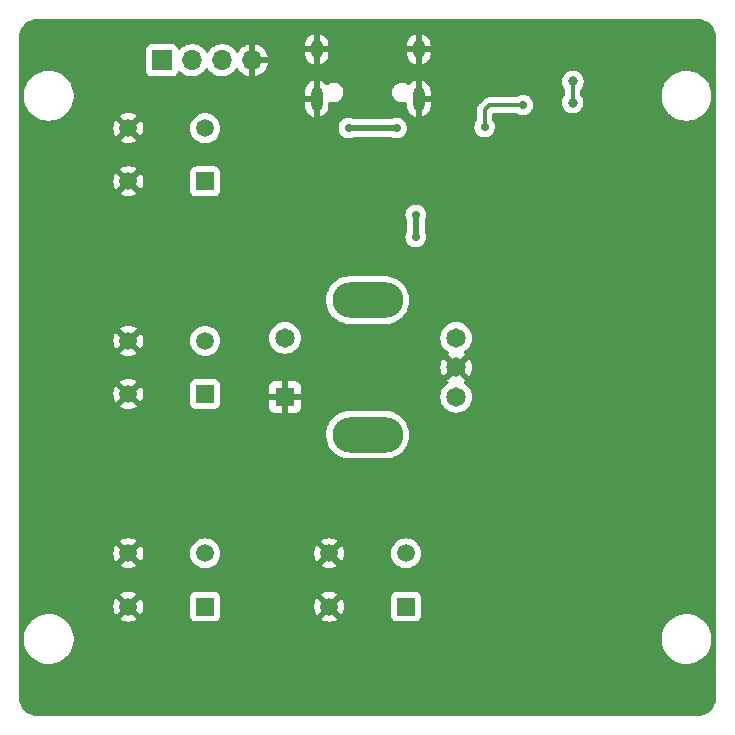
<source format=gbl>
G04 #@! TF.GenerationSoftware,KiCad,Pcbnew,(6.0.6-0)*
G04 #@! TF.CreationDate,2022-08-07T15:28:42+01:00*
G04 #@! TF.ProjectId,Spinny,5370696e-6e79-42e6-9b69-6361645f7063,rev?*
G04 #@! TF.SameCoordinates,Original*
G04 #@! TF.FileFunction,Copper,L2,Bot*
G04 #@! TF.FilePolarity,Positive*
%FSLAX46Y46*%
G04 Gerber Fmt 4.6, Leading zero omitted, Abs format (unit mm)*
G04 Created by KiCad (PCBNEW (6.0.6-0)) date 2022-08-07 15:28:42*
%MOMM*%
%LPD*%
G01*
G04 APERTURE LIST*
G04 #@! TA.AperFunction,ComponentPad*
%ADD10R,1.508000X1.508000*%
G04 #@! TD*
G04 #@! TA.AperFunction,ComponentPad*
%ADD11C,1.508000*%
G04 #@! TD*
G04 #@! TA.AperFunction,ComponentPad*
%ADD12R,1.650000X1.650000*%
G04 #@! TD*
G04 #@! TA.AperFunction,ComponentPad*
%ADD13C,1.650000*%
G04 #@! TD*
G04 #@! TA.AperFunction,ComponentPad*
%ADD14O,6.000000X3.000000*%
G04 #@! TD*
G04 #@! TA.AperFunction,ComponentPad*
%ADD15O,1.000000X2.100000*%
G04 #@! TD*
G04 #@! TA.AperFunction,ComponentPad*
%ADD16O,1.000000X1.600000*%
G04 #@! TD*
G04 #@! TA.AperFunction,ComponentPad*
%ADD17R,1.700000X1.700000*%
G04 #@! TD*
G04 #@! TA.AperFunction,ComponentPad*
%ADD18O,1.700000X1.700000*%
G04 #@! TD*
G04 #@! TA.AperFunction,ViaPad*
%ADD19C,0.700000*%
G04 #@! TD*
G04 #@! TA.AperFunction,ViaPad*
%ADD20C,0.800000*%
G04 #@! TD*
G04 #@! TA.AperFunction,Conductor*
%ADD21C,0.500000*%
G04 #@! TD*
G04 #@! TA.AperFunction,Conductor*
%ADD22C,0.300000*%
G04 #@! TD*
G04 APERTURE END LIST*
D10*
G04 #@! TO.P,SW2,1,1*
G04 #@! TO.N,BTN_2*
X136250000Y-102250000D03*
D11*
X136250000Y-97750000D03*
G04 #@! TO.P,SW2,2,2*
G04 #@! TO.N,GND*
X129750000Y-102250000D03*
X129750000Y-97750000D03*
G04 #@! TD*
G04 #@! TO.P,SW3,1,1*
G04 #@! TO.N,BTN_3*
X136250000Y-115750000D03*
D10*
X136250000Y-120250000D03*
D11*
G04 #@! TO.P,SW3,2,2*
G04 #@! TO.N,GND*
X129750000Y-120250000D03*
X129750000Y-115750000D03*
G04 #@! TD*
D12*
G04 #@! TO.P,MT1,1*
G04 #@! TO.N,GND*
X143000000Y-102500000D03*
D13*
G04 #@! TO.P,MT1,2*
G04 #@! TO.N,BTN_5*
X143000000Y-97500000D03*
G04 #@! TO.P,MT1,A,A*
G04 #@! TO.N,ENC_A*
X157500000Y-102500000D03*
G04 #@! TO.P,MT1,B,B*
G04 #@! TO.N,ENC_B*
X157500000Y-97500000D03*
G04 #@! TO.P,MT1,COM,COM*
G04 #@! TO.N,GND*
X157500000Y-100000000D03*
D14*
G04 #@! TO.P,MT1,S1,SHIELD*
G04 #@! TO.N,unconnected-(MT1-PadS1)*
X150000000Y-105700000D03*
G04 #@! TO.P,MT1,S2,SHIELD*
G04 #@! TO.N,unconnected-(MT1-PadS2)*
X150000000Y-94300000D03*
G04 #@! TD*
D11*
G04 #@! TO.P,SW1,1,1*
G04 #@! TO.N,BTN_1*
X136250000Y-79750000D03*
D10*
X136250000Y-84250000D03*
D11*
G04 #@! TO.P,SW1,2,2*
G04 #@! TO.N,GND*
X129750000Y-79750000D03*
X129750000Y-84250000D03*
G04 #@! TD*
D15*
G04 #@! TO.P,J1,S1,SHIELD*
G04 #@! TO.N,GND*
X154320000Y-77260000D03*
X145680000Y-77260000D03*
D16*
X145680000Y-73080000D03*
X154320000Y-73080000D03*
G04 #@! TD*
D17*
G04 #@! TO.P,J2,1,Pin_1*
G04 #@! TO.N,+3.3VA*
X132600000Y-73990000D03*
D18*
G04 #@! TO.P,J2,2,Pin_2*
G04 #@! TO.N,SWCLK*
X135140000Y-73990000D03*
G04 #@! TO.P,J2,3,Pin_3*
G04 #@! TO.N,SWDIO*
X137680000Y-73990000D03*
G04 #@! TO.P,J2,4,Pin_4*
G04 #@! TO.N,GND*
X140220000Y-73990000D03*
G04 #@! TD*
D10*
G04 #@! TO.P,SW4,1,1*
G04 #@! TO.N,BTN_4*
X153250000Y-120250000D03*
D11*
X153250000Y-115750000D03*
G04 #@! TO.P,SW4,2,2*
G04 #@! TO.N,GND*
X146750000Y-115750000D03*
X146750000Y-120250000D03*
G04 #@! TD*
D19*
G04 #@! TO.N,+5V*
X148400000Y-79730000D03*
X152450000Y-79730000D03*
G04 #@! TO.N,GND*
X172390000Y-72820000D03*
X172814992Y-84484992D03*
X166130000Y-89400000D03*
X166910560Y-85481304D03*
X172810000Y-90200000D03*
X165750000Y-75850000D03*
X168300000Y-81500000D03*
X166999500Y-94950000D03*
X171700000Y-92300000D03*
X146250000Y-84580000D03*
D20*
X150999500Y-80930000D03*
D19*
X145500000Y-82830000D03*
X172407500Y-78830000D03*
X144200000Y-82030000D03*
X158000000Y-75850000D03*
X145500000Y-83630000D03*
X161100000Y-88700000D03*
X162031166Y-83566561D03*
G04 #@! TO.N,+3.3VA*
X154070000Y-88990000D03*
X154070000Y-87070000D03*
D20*
G04 #@! TO.N,NRST*
X167380000Y-75790000D03*
X167360000Y-77580000D03*
D19*
G04 #@! TO.N,LED_STS*
X163150000Y-77800000D03*
X159900000Y-79650000D03*
G04 #@! TD*
D21*
G04 #@! TO.N,+5V*
X152450000Y-79730000D02*
X148400000Y-79730000D01*
G04 #@! TO.N,+3.3VA*
X154070000Y-87070000D02*
X154070000Y-88990000D01*
D22*
G04 #@! TO.N,NRST*
X167360000Y-77580000D02*
X167360000Y-75810000D01*
X167360000Y-75810000D02*
X167380000Y-75790000D01*
G04 #@! TO.N,LED_STS*
X163150000Y-77800000D02*
X160320000Y-77800000D01*
X159900000Y-78220000D02*
X159900000Y-79650000D01*
X160320000Y-77800000D02*
X159900000Y-78220000D01*
G04 #@! TD*
G04 #@! TA.AperFunction,Conductor*
G04 #@! TO.N,GND*
G36*
X177970018Y-70510000D02*
G01*
X177984851Y-70512310D01*
X177984855Y-70512310D01*
X177993724Y-70513691D01*
X178008981Y-70511696D01*
X178034302Y-70510953D01*
X178203285Y-70523039D01*
X178221064Y-70525596D01*
X178411392Y-70566999D01*
X178428641Y-70572063D01*
X178611150Y-70640136D01*
X178627502Y-70647604D01*
X178798458Y-70740952D01*
X178813582Y-70750672D01*
X178969514Y-70867402D01*
X178983100Y-70879175D01*
X179120825Y-71016900D01*
X179132598Y-71030486D01*
X179249328Y-71186418D01*
X179259048Y-71201542D01*
X179352396Y-71372498D01*
X179359864Y-71388850D01*
X179427937Y-71571359D01*
X179433001Y-71588607D01*
X179474404Y-71778936D01*
X179476961Y-71796715D01*
X179487511Y-71944216D01*
X179488540Y-71958601D01*
X179487793Y-71976565D01*
X179487692Y-71984845D01*
X179486309Y-71993724D01*
X179487474Y-72002630D01*
X179490436Y-72025283D01*
X179491500Y-72041621D01*
X179491500Y-127950633D01*
X179490000Y-127970018D01*
X179487690Y-127984851D01*
X179487690Y-127984855D01*
X179486309Y-127993724D01*
X179488136Y-128007693D01*
X179488304Y-128008976D01*
X179489047Y-128034305D01*
X179476962Y-128203279D01*
X179474404Y-128221064D01*
X179456598Y-128302919D01*
X179433001Y-128411392D01*
X179427937Y-128428641D01*
X179359864Y-128611150D01*
X179352396Y-128627502D01*
X179259048Y-128798458D01*
X179249328Y-128813582D01*
X179132598Y-128969514D01*
X179120825Y-128983100D01*
X178983100Y-129120825D01*
X178969514Y-129132598D01*
X178813582Y-129249328D01*
X178798458Y-129259048D01*
X178627502Y-129352396D01*
X178611150Y-129359864D01*
X178428641Y-129427937D01*
X178411393Y-129433001D01*
X178221064Y-129474404D01*
X178203285Y-129476961D01*
X178041395Y-129488540D01*
X178023435Y-129487793D01*
X178015155Y-129487692D01*
X178006276Y-129486309D01*
X177974714Y-129490436D01*
X177958379Y-129491500D01*
X122049367Y-129491500D01*
X122029982Y-129490000D01*
X122015149Y-129487690D01*
X122015145Y-129487690D01*
X122006276Y-129486309D01*
X121991019Y-129488304D01*
X121965698Y-129489047D01*
X121796715Y-129476961D01*
X121778936Y-129474404D01*
X121588607Y-129433001D01*
X121571359Y-129427937D01*
X121388850Y-129359864D01*
X121372498Y-129352396D01*
X121201542Y-129259048D01*
X121186418Y-129249328D01*
X121030486Y-129132598D01*
X121016900Y-129120825D01*
X120879175Y-128983100D01*
X120867402Y-128969514D01*
X120750672Y-128813582D01*
X120740952Y-128798458D01*
X120647604Y-128627502D01*
X120640136Y-128611150D01*
X120572063Y-128428641D01*
X120566999Y-128411392D01*
X120543402Y-128302919D01*
X120525596Y-128221064D01*
X120523038Y-128203278D01*
X120511719Y-128045012D01*
X120512805Y-128022245D01*
X120512334Y-128022203D01*
X120512770Y-128017345D01*
X120513576Y-128012552D01*
X120513729Y-128000000D01*
X120509773Y-127972376D01*
X120508500Y-127954514D01*
X120508500Y-123132703D01*
X120890743Y-123132703D01*
X120928268Y-123417734D01*
X121004129Y-123695036D01*
X121116923Y-123959476D01*
X121264561Y-124206161D01*
X121444313Y-124430528D01*
X121652851Y-124628423D01*
X121886317Y-124796186D01*
X121890112Y-124798195D01*
X121890113Y-124798196D01*
X121911869Y-124809715D01*
X122140392Y-124930712D01*
X122410373Y-125029511D01*
X122691264Y-125090755D01*
X122719841Y-125093004D01*
X122914282Y-125108307D01*
X122914291Y-125108307D01*
X122916739Y-125108500D01*
X123072271Y-125108500D01*
X123074407Y-125108354D01*
X123074418Y-125108354D01*
X123282548Y-125094165D01*
X123282554Y-125094164D01*
X123286825Y-125093873D01*
X123291020Y-125093004D01*
X123291022Y-125093004D01*
X123427583Y-125064724D01*
X123568342Y-125035574D01*
X123839343Y-124939607D01*
X124094812Y-124807750D01*
X124098313Y-124805289D01*
X124098317Y-124805287D01*
X124212418Y-124725095D01*
X124330023Y-124642441D01*
X124540622Y-124446740D01*
X124722713Y-124224268D01*
X124872927Y-123979142D01*
X124988483Y-123715898D01*
X125067244Y-123439406D01*
X125107751Y-123154784D01*
X125107845Y-123136951D01*
X125107867Y-123132703D01*
X174890743Y-123132703D01*
X174928268Y-123417734D01*
X175004129Y-123695036D01*
X175116923Y-123959476D01*
X175264561Y-124206161D01*
X175444313Y-124430528D01*
X175652851Y-124628423D01*
X175886317Y-124796186D01*
X175890112Y-124798195D01*
X175890113Y-124798196D01*
X175911869Y-124809715D01*
X176140392Y-124930712D01*
X176410373Y-125029511D01*
X176691264Y-125090755D01*
X176719841Y-125093004D01*
X176914282Y-125108307D01*
X176914291Y-125108307D01*
X176916739Y-125108500D01*
X177072271Y-125108500D01*
X177074407Y-125108354D01*
X177074418Y-125108354D01*
X177282548Y-125094165D01*
X177282554Y-125094164D01*
X177286825Y-125093873D01*
X177291020Y-125093004D01*
X177291022Y-125093004D01*
X177427583Y-125064724D01*
X177568342Y-125035574D01*
X177839343Y-124939607D01*
X178094812Y-124807750D01*
X178098313Y-124805289D01*
X178098317Y-124805287D01*
X178212418Y-124725095D01*
X178330023Y-124642441D01*
X178540622Y-124446740D01*
X178722713Y-124224268D01*
X178872927Y-123979142D01*
X178988483Y-123715898D01*
X179067244Y-123439406D01*
X179107751Y-123154784D01*
X179107845Y-123136951D01*
X179109235Y-122871583D01*
X179109235Y-122871576D01*
X179109257Y-122867297D01*
X179071732Y-122582266D01*
X178995871Y-122304964D01*
X178883077Y-122040524D01*
X178735439Y-121793839D01*
X178555687Y-121569472D01*
X178347149Y-121371577D01*
X178113683Y-121203814D01*
X178091843Y-121192250D01*
X177958625Y-121121715D01*
X177859608Y-121069288D01*
X177589627Y-120970489D01*
X177308736Y-120909245D01*
X177277685Y-120906801D01*
X177085718Y-120891693D01*
X177085709Y-120891693D01*
X177083261Y-120891500D01*
X176927729Y-120891500D01*
X176925593Y-120891646D01*
X176925582Y-120891646D01*
X176717452Y-120905835D01*
X176717446Y-120905836D01*
X176713175Y-120906127D01*
X176708980Y-120906996D01*
X176708978Y-120906996D01*
X176601841Y-120929183D01*
X176431658Y-120964426D01*
X176160657Y-121060393D01*
X175905188Y-121192250D01*
X175901687Y-121194711D01*
X175901683Y-121194713D01*
X175891594Y-121201804D01*
X175669977Y-121357559D01*
X175654892Y-121371577D01*
X175518787Y-121498054D01*
X175459378Y-121553260D01*
X175277287Y-121775732D01*
X175127073Y-122020858D01*
X175011517Y-122284102D01*
X174932756Y-122560594D01*
X174892249Y-122845216D01*
X174892227Y-122849505D01*
X174892226Y-122849512D01*
X174890765Y-123128417D01*
X174890743Y-123132703D01*
X125107867Y-123132703D01*
X125109235Y-122871583D01*
X125109235Y-122871576D01*
X125109257Y-122867297D01*
X125071732Y-122582266D01*
X124995871Y-122304964D01*
X124883077Y-122040524D01*
X124735439Y-121793839D01*
X124555687Y-121569472D01*
X124347149Y-121371577D01*
X124251762Y-121303034D01*
X129061521Y-121303034D01*
X129070817Y-121315049D01*
X129112081Y-121343942D01*
X129121576Y-121349425D01*
X129311740Y-121438099D01*
X129322032Y-121441845D01*
X129524704Y-121496151D01*
X129535499Y-121498054D01*
X129744525Y-121516342D01*
X129755475Y-121516342D01*
X129964501Y-121498054D01*
X129975296Y-121496151D01*
X130177968Y-121441845D01*
X130188260Y-121438099D01*
X130378424Y-121349425D01*
X130387919Y-121343942D01*
X130430021Y-121314462D01*
X130438396Y-121303985D01*
X130431328Y-121290538D01*
X130192924Y-121052134D01*
X134987500Y-121052134D01*
X134994255Y-121114316D01*
X135045385Y-121250705D01*
X135132739Y-121367261D01*
X135249295Y-121454615D01*
X135385684Y-121505745D01*
X135447866Y-121512500D01*
X137052134Y-121512500D01*
X137114316Y-121505745D01*
X137250705Y-121454615D01*
X137367261Y-121367261D01*
X137415397Y-121303034D01*
X146061521Y-121303034D01*
X146070817Y-121315049D01*
X146112081Y-121343942D01*
X146121576Y-121349425D01*
X146311740Y-121438099D01*
X146322032Y-121441845D01*
X146524704Y-121496151D01*
X146535499Y-121498054D01*
X146744525Y-121516342D01*
X146755475Y-121516342D01*
X146964501Y-121498054D01*
X146975296Y-121496151D01*
X147177968Y-121441845D01*
X147188260Y-121438099D01*
X147378424Y-121349425D01*
X147387919Y-121343942D01*
X147430021Y-121314462D01*
X147438396Y-121303985D01*
X147431328Y-121290538D01*
X147192924Y-121052134D01*
X151987500Y-121052134D01*
X151994255Y-121114316D01*
X152045385Y-121250705D01*
X152132739Y-121367261D01*
X152249295Y-121454615D01*
X152385684Y-121505745D01*
X152447866Y-121512500D01*
X154052134Y-121512500D01*
X154114316Y-121505745D01*
X154250705Y-121454615D01*
X154367261Y-121367261D01*
X154454615Y-121250705D01*
X154505745Y-121114316D01*
X154512500Y-121052134D01*
X154512500Y-119447866D01*
X154505745Y-119385684D01*
X154454615Y-119249295D01*
X154367261Y-119132739D01*
X154250705Y-119045385D01*
X154114316Y-118994255D01*
X154052134Y-118987500D01*
X152447866Y-118987500D01*
X152385684Y-118994255D01*
X152249295Y-119045385D01*
X152132739Y-119132739D01*
X152045385Y-119249295D01*
X151994255Y-119385684D01*
X151987500Y-119447866D01*
X151987500Y-121052134D01*
X147192924Y-121052134D01*
X146762812Y-120622022D01*
X146748868Y-120614408D01*
X146747035Y-120614539D01*
X146740420Y-120618790D01*
X146067951Y-121291259D01*
X146061521Y-121303034D01*
X137415397Y-121303034D01*
X137454615Y-121250705D01*
X137505745Y-121114316D01*
X137512500Y-121052134D01*
X137512500Y-120255475D01*
X145483658Y-120255475D01*
X145501946Y-120464501D01*
X145503849Y-120475296D01*
X145558155Y-120677968D01*
X145561901Y-120688260D01*
X145650577Y-120878425D01*
X145656055Y-120887915D01*
X145685539Y-120930022D01*
X145696015Y-120938396D01*
X145709463Y-120931327D01*
X146377978Y-120262812D01*
X146384356Y-120251132D01*
X147114408Y-120251132D01*
X147114539Y-120252965D01*
X147118790Y-120259580D01*
X147791259Y-120932049D01*
X147803033Y-120938479D01*
X147815049Y-120929183D01*
X147843945Y-120887915D01*
X147849423Y-120878425D01*
X147938099Y-120688260D01*
X147941845Y-120677968D01*
X147996151Y-120475296D01*
X147998054Y-120464501D01*
X148016342Y-120255475D01*
X148016342Y-120244525D01*
X147998054Y-120035499D01*
X147996151Y-120024704D01*
X147941845Y-119822032D01*
X147938099Y-119811740D01*
X147849423Y-119621575D01*
X147843945Y-119612085D01*
X147814461Y-119569978D01*
X147803985Y-119561604D01*
X147790537Y-119568673D01*
X147122022Y-120237188D01*
X147114408Y-120251132D01*
X146384356Y-120251132D01*
X146385592Y-120248868D01*
X146385461Y-120247035D01*
X146381210Y-120240420D01*
X145708741Y-119567951D01*
X145696967Y-119561521D01*
X145684951Y-119570817D01*
X145656055Y-119612085D01*
X145650577Y-119621575D01*
X145561901Y-119811740D01*
X145558155Y-119822032D01*
X145503849Y-120024704D01*
X145501946Y-120035499D01*
X145483658Y-120244525D01*
X145483658Y-120255475D01*
X137512500Y-120255475D01*
X137512500Y-119447866D01*
X137505745Y-119385684D01*
X137454615Y-119249295D01*
X137414684Y-119196015D01*
X146061604Y-119196015D01*
X146068673Y-119209463D01*
X146737188Y-119877978D01*
X146751132Y-119885592D01*
X146752965Y-119885461D01*
X146759580Y-119881210D01*
X147432049Y-119208741D01*
X147438479Y-119196966D01*
X147429183Y-119184951D01*
X147387919Y-119156058D01*
X147378424Y-119150575D01*
X147188260Y-119061901D01*
X147177968Y-119058155D01*
X146975296Y-119003849D01*
X146964501Y-119001946D01*
X146755475Y-118983658D01*
X146744525Y-118983658D01*
X146535499Y-119001946D01*
X146524704Y-119003849D01*
X146322032Y-119058155D01*
X146311740Y-119061901D01*
X146121575Y-119150577D01*
X146112085Y-119156055D01*
X146069978Y-119185539D01*
X146061604Y-119196015D01*
X137414684Y-119196015D01*
X137367261Y-119132739D01*
X137250705Y-119045385D01*
X137114316Y-118994255D01*
X137052134Y-118987500D01*
X135447866Y-118987500D01*
X135385684Y-118994255D01*
X135249295Y-119045385D01*
X135132739Y-119132739D01*
X135045385Y-119249295D01*
X134994255Y-119385684D01*
X134987500Y-119447866D01*
X134987500Y-121052134D01*
X130192924Y-121052134D01*
X129762812Y-120622022D01*
X129748868Y-120614408D01*
X129747035Y-120614539D01*
X129740420Y-120618790D01*
X129067951Y-121291259D01*
X129061521Y-121303034D01*
X124251762Y-121303034D01*
X124113683Y-121203814D01*
X124091843Y-121192250D01*
X123958625Y-121121715D01*
X123859608Y-121069288D01*
X123589627Y-120970489D01*
X123308736Y-120909245D01*
X123277685Y-120906801D01*
X123085718Y-120891693D01*
X123085709Y-120891693D01*
X123083261Y-120891500D01*
X122927729Y-120891500D01*
X122925593Y-120891646D01*
X122925582Y-120891646D01*
X122717452Y-120905835D01*
X122717446Y-120905836D01*
X122713175Y-120906127D01*
X122708980Y-120906996D01*
X122708978Y-120906996D01*
X122601841Y-120929183D01*
X122431658Y-120964426D01*
X122160657Y-121060393D01*
X121905188Y-121192250D01*
X121901687Y-121194711D01*
X121901683Y-121194713D01*
X121891594Y-121201804D01*
X121669977Y-121357559D01*
X121654892Y-121371577D01*
X121518787Y-121498054D01*
X121459378Y-121553260D01*
X121277287Y-121775732D01*
X121127073Y-122020858D01*
X121011517Y-122284102D01*
X120932756Y-122560594D01*
X120892249Y-122845216D01*
X120892227Y-122849505D01*
X120892226Y-122849512D01*
X120890765Y-123128417D01*
X120890743Y-123132703D01*
X120508500Y-123132703D01*
X120508500Y-120255475D01*
X128483658Y-120255475D01*
X128501946Y-120464501D01*
X128503849Y-120475296D01*
X128558155Y-120677968D01*
X128561901Y-120688260D01*
X128650577Y-120878425D01*
X128656055Y-120887915D01*
X128685539Y-120930022D01*
X128696015Y-120938396D01*
X128709463Y-120931327D01*
X129377978Y-120262812D01*
X129384356Y-120251132D01*
X130114408Y-120251132D01*
X130114539Y-120252965D01*
X130118790Y-120259580D01*
X130791259Y-120932049D01*
X130803033Y-120938479D01*
X130815049Y-120929183D01*
X130843945Y-120887915D01*
X130849423Y-120878425D01*
X130938099Y-120688260D01*
X130941845Y-120677968D01*
X130996151Y-120475296D01*
X130998054Y-120464501D01*
X131016342Y-120255475D01*
X131016342Y-120244525D01*
X130998054Y-120035499D01*
X130996151Y-120024704D01*
X130941845Y-119822032D01*
X130938099Y-119811740D01*
X130849423Y-119621575D01*
X130843945Y-119612085D01*
X130814461Y-119569978D01*
X130803985Y-119561604D01*
X130790537Y-119568673D01*
X130122022Y-120237188D01*
X130114408Y-120251132D01*
X129384356Y-120251132D01*
X129385592Y-120248868D01*
X129385461Y-120247035D01*
X129381210Y-120240420D01*
X128708741Y-119567951D01*
X128696967Y-119561521D01*
X128684951Y-119570817D01*
X128656055Y-119612085D01*
X128650577Y-119621575D01*
X128561901Y-119811740D01*
X128558155Y-119822032D01*
X128503849Y-120024704D01*
X128501946Y-120035499D01*
X128483658Y-120244525D01*
X128483658Y-120255475D01*
X120508500Y-120255475D01*
X120508500Y-119196015D01*
X129061604Y-119196015D01*
X129068673Y-119209463D01*
X129737188Y-119877978D01*
X129751132Y-119885592D01*
X129752965Y-119885461D01*
X129759580Y-119881210D01*
X130432049Y-119208741D01*
X130438479Y-119196966D01*
X130429183Y-119184951D01*
X130387919Y-119156058D01*
X130378424Y-119150575D01*
X130188260Y-119061901D01*
X130177968Y-119058155D01*
X129975296Y-119003849D01*
X129964501Y-119001946D01*
X129755475Y-118983658D01*
X129744525Y-118983658D01*
X129535499Y-119001946D01*
X129524704Y-119003849D01*
X129322032Y-119058155D01*
X129311740Y-119061901D01*
X129121575Y-119150577D01*
X129112085Y-119156055D01*
X129069978Y-119185539D01*
X129061604Y-119196015D01*
X120508500Y-119196015D01*
X120508500Y-116803034D01*
X129061521Y-116803034D01*
X129070817Y-116815049D01*
X129112081Y-116843942D01*
X129121576Y-116849425D01*
X129311740Y-116938099D01*
X129322032Y-116941845D01*
X129524704Y-116996151D01*
X129535499Y-116998054D01*
X129744525Y-117016342D01*
X129755475Y-117016342D01*
X129964501Y-116998054D01*
X129975296Y-116996151D01*
X130177968Y-116941845D01*
X130188260Y-116938099D01*
X130378424Y-116849425D01*
X130387919Y-116843942D01*
X130430021Y-116814462D01*
X130438396Y-116803985D01*
X130431328Y-116790538D01*
X129762812Y-116122022D01*
X129748868Y-116114408D01*
X129747035Y-116114539D01*
X129740420Y-116118790D01*
X129067951Y-116791259D01*
X129061521Y-116803034D01*
X120508500Y-116803034D01*
X120508500Y-115755475D01*
X128483658Y-115755475D01*
X128501946Y-115964501D01*
X128503849Y-115975296D01*
X128558155Y-116177968D01*
X128561901Y-116188260D01*
X128650577Y-116378425D01*
X128656055Y-116387915D01*
X128685539Y-116430022D01*
X128696015Y-116438396D01*
X128709463Y-116431327D01*
X129377978Y-115762812D01*
X129384356Y-115751132D01*
X130114408Y-115751132D01*
X130114539Y-115752965D01*
X130118790Y-115759580D01*
X130791259Y-116432049D01*
X130803033Y-116438479D01*
X130815049Y-116429183D01*
X130843945Y-116387915D01*
X130849423Y-116378425D01*
X130938099Y-116188260D01*
X130941845Y-116177968D01*
X130996151Y-115975296D01*
X130998054Y-115964501D01*
X131016342Y-115755475D01*
X131016342Y-115750000D01*
X134982677Y-115750000D01*
X135001930Y-115970068D01*
X135059106Y-116183450D01*
X135152466Y-116383661D01*
X135279174Y-116564620D01*
X135435380Y-116720826D01*
X135439888Y-116723983D01*
X135439891Y-116723985D01*
X135611208Y-116843942D01*
X135616338Y-116847534D01*
X135621320Y-116849857D01*
X135621325Y-116849860D01*
X135810556Y-116938099D01*
X135816550Y-116940894D01*
X135821858Y-116942316D01*
X135821860Y-116942317D01*
X135887252Y-116959839D01*
X136029932Y-116998070D01*
X136250000Y-117017323D01*
X136470068Y-116998070D01*
X136612748Y-116959839D01*
X136678140Y-116942317D01*
X136678142Y-116942316D01*
X136683450Y-116940894D01*
X136689444Y-116938099D01*
X136878675Y-116849860D01*
X136878680Y-116849857D01*
X136883662Y-116847534D01*
X136888792Y-116843942D01*
X136947215Y-116803034D01*
X146061521Y-116803034D01*
X146070817Y-116815049D01*
X146112081Y-116843942D01*
X146121576Y-116849425D01*
X146311740Y-116938099D01*
X146322032Y-116941845D01*
X146524704Y-116996151D01*
X146535499Y-116998054D01*
X146744525Y-117016342D01*
X146755475Y-117016342D01*
X146964501Y-116998054D01*
X146975296Y-116996151D01*
X147177968Y-116941845D01*
X147188260Y-116938099D01*
X147378424Y-116849425D01*
X147387919Y-116843942D01*
X147430021Y-116814462D01*
X147438396Y-116803985D01*
X147431328Y-116790538D01*
X146762812Y-116122022D01*
X146748868Y-116114408D01*
X146747035Y-116114539D01*
X146740420Y-116118790D01*
X146067951Y-116791259D01*
X146061521Y-116803034D01*
X136947215Y-116803034D01*
X137060109Y-116723985D01*
X137060112Y-116723983D01*
X137064620Y-116720826D01*
X137220826Y-116564620D01*
X137347534Y-116383661D01*
X137440894Y-116183450D01*
X137498070Y-115970068D01*
X137516844Y-115755475D01*
X145483658Y-115755475D01*
X145501946Y-115964501D01*
X145503849Y-115975296D01*
X145558155Y-116177968D01*
X145561901Y-116188260D01*
X145650577Y-116378425D01*
X145656055Y-116387915D01*
X145685539Y-116430022D01*
X145696015Y-116438396D01*
X145709463Y-116431327D01*
X146377978Y-115762812D01*
X146384356Y-115751132D01*
X147114408Y-115751132D01*
X147114539Y-115752965D01*
X147118790Y-115759580D01*
X147791259Y-116432049D01*
X147803033Y-116438479D01*
X147815049Y-116429183D01*
X147843945Y-116387915D01*
X147849423Y-116378425D01*
X147938099Y-116188260D01*
X147941845Y-116177968D01*
X147996151Y-115975296D01*
X147998054Y-115964501D01*
X148016342Y-115755475D01*
X148016342Y-115750000D01*
X151982677Y-115750000D01*
X152001930Y-115970068D01*
X152059106Y-116183450D01*
X152152466Y-116383661D01*
X152279174Y-116564620D01*
X152435380Y-116720826D01*
X152439888Y-116723983D01*
X152439891Y-116723985D01*
X152611208Y-116843942D01*
X152616338Y-116847534D01*
X152621320Y-116849857D01*
X152621325Y-116849860D01*
X152810556Y-116938099D01*
X152816550Y-116940894D01*
X152821858Y-116942316D01*
X152821860Y-116942317D01*
X152887252Y-116959839D01*
X153029932Y-116998070D01*
X153250000Y-117017323D01*
X153470068Y-116998070D01*
X153612748Y-116959839D01*
X153678140Y-116942317D01*
X153678142Y-116942316D01*
X153683450Y-116940894D01*
X153689444Y-116938099D01*
X153878675Y-116849860D01*
X153878680Y-116849857D01*
X153883662Y-116847534D01*
X153888792Y-116843942D01*
X154060109Y-116723985D01*
X154060112Y-116723983D01*
X154064620Y-116720826D01*
X154220826Y-116564620D01*
X154347534Y-116383661D01*
X154440894Y-116183450D01*
X154498070Y-115970068D01*
X154517323Y-115750000D01*
X154498070Y-115529932D01*
X154440894Y-115316550D01*
X154347534Y-115116339D01*
X154220826Y-114935380D01*
X154064620Y-114779174D01*
X154060112Y-114776017D01*
X154060109Y-114776015D01*
X153888171Y-114655623D01*
X153888168Y-114655621D01*
X153883662Y-114652466D01*
X153878680Y-114650143D01*
X153878675Y-114650140D01*
X153688432Y-114561429D01*
X153688431Y-114561429D01*
X153683450Y-114559106D01*
X153678142Y-114557684D01*
X153678140Y-114557683D01*
X153612748Y-114540161D01*
X153470068Y-114501930D01*
X153250000Y-114482677D01*
X153029932Y-114501930D01*
X152887252Y-114540161D01*
X152821860Y-114557683D01*
X152821858Y-114557684D01*
X152816550Y-114559106D01*
X152811569Y-114561428D01*
X152811568Y-114561429D01*
X152621320Y-114650143D01*
X152621317Y-114650145D01*
X152616339Y-114652466D01*
X152435380Y-114779174D01*
X152279174Y-114935380D01*
X152152466Y-115116339D01*
X152059106Y-115316550D01*
X152001930Y-115529932D01*
X151982677Y-115750000D01*
X148016342Y-115750000D01*
X148016342Y-115744525D01*
X147998054Y-115535499D01*
X147996151Y-115524704D01*
X147941845Y-115322032D01*
X147938099Y-115311740D01*
X147849423Y-115121575D01*
X147843945Y-115112085D01*
X147814461Y-115069978D01*
X147803985Y-115061604D01*
X147790537Y-115068673D01*
X147122022Y-115737188D01*
X147114408Y-115751132D01*
X146384356Y-115751132D01*
X146385592Y-115748868D01*
X146385461Y-115747035D01*
X146381210Y-115740420D01*
X145708741Y-115067951D01*
X145696967Y-115061521D01*
X145684951Y-115070817D01*
X145656055Y-115112085D01*
X145650577Y-115121575D01*
X145561901Y-115311740D01*
X145558155Y-115322032D01*
X145503849Y-115524704D01*
X145501946Y-115535499D01*
X145483658Y-115744525D01*
X145483658Y-115755475D01*
X137516844Y-115755475D01*
X137517323Y-115750000D01*
X137498070Y-115529932D01*
X137440894Y-115316550D01*
X137347534Y-115116339D01*
X137220826Y-114935380D01*
X137064620Y-114779174D01*
X137060112Y-114776017D01*
X137060109Y-114776015D01*
X136945857Y-114696015D01*
X146061604Y-114696015D01*
X146068673Y-114709463D01*
X146737188Y-115377978D01*
X146751132Y-115385592D01*
X146752965Y-115385461D01*
X146759580Y-115381210D01*
X147432049Y-114708741D01*
X147438479Y-114696966D01*
X147429183Y-114684951D01*
X147387919Y-114656058D01*
X147378424Y-114650575D01*
X147188260Y-114561901D01*
X147177968Y-114558155D01*
X146975296Y-114503849D01*
X146964501Y-114501946D01*
X146755475Y-114483658D01*
X146744525Y-114483658D01*
X146535499Y-114501946D01*
X146524704Y-114503849D01*
X146322032Y-114558155D01*
X146311740Y-114561901D01*
X146121575Y-114650577D01*
X146112085Y-114656055D01*
X146069978Y-114685539D01*
X146061604Y-114696015D01*
X136945857Y-114696015D01*
X136888171Y-114655623D01*
X136888168Y-114655621D01*
X136883662Y-114652466D01*
X136878680Y-114650143D01*
X136878675Y-114650140D01*
X136688432Y-114561429D01*
X136688431Y-114561429D01*
X136683450Y-114559106D01*
X136678142Y-114557684D01*
X136678140Y-114557683D01*
X136612748Y-114540161D01*
X136470068Y-114501930D01*
X136250000Y-114482677D01*
X136029932Y-114501930D01*
X135887252Y-114540161D01*
X135821860Y-114557683D01*
X135821858Y-114557684D01*
X135816550Y-114559106D01*
X135811569Y-114561428D01*
X135811568Y-114561429D01*
X135621320Y-114650143D01*
X135621317Y-114650145D01*
X135616339Y-114652466D01*
X135435380Y-114779174D01*
X135279174Y-114935380D01*
X135152466Y-115116339D01*
X135059106Y-115316550D01*
X135001930Y-115529932D01*
X134982677Y-115750000D01*
X131016342Y-115750000D01*
X131016342Y-115744525D01*
X130998054Y-115535499D01*
X130996151Y-115524704D01*
X130941845Y-115322032D01*
X130938099Y-115311740D01*
X130849423Y-115121575D01*
X130843945Y-115112085D01*
X130814461Y-115069978D01*
X130803985Y-115061604D01*
X130790537Y-115068673D01*
X130122022Y-115737188D01*
X130114408Y-115751132D01*
X129384356Y-115751132D01*
X129385592Y-115748868D01*
X129385461Y-115747035D01*
X129381210Y-115740420D01*
X128708741Y-115067951D01*
X128696967Y-115061521D01*
X128684951Y-115070817D01*
X128656055Y-115112085D01*
X128650577Y-115121575D01*
X128561901Y-115311740D01*
X128558155Y-115322032D01*
X128503849Y-115524704D01*
X128501946Y-115535499D01*
X128483658Y-115744525D01*
X128483658Y-115755475D01*
X120508500Y-115755475D01*
X120508500Y-114696015D01*
X129061604Y-114696015D01*
X129068673Y-114709463D01*
X129737188Y-115377978D01*
X129751132Y-115385592D01*
X129752965Y-115385461D01*
X129759580Y-115381210D01*
X130432049Y-114708741D01*
X130438479Y-114696966D01*
X130429183Y-114684951D01*
X130387919Y-114656058D01*
X130378424Y-114650575D01*
X130188260Y-114561901D01*
X130177968Y-114558155D01*
X129975296Y-114503849D01*
X129964501Y-114501946D01*
X129755475Y-114483658D01*
X129744525Y-114483658D01*
X129535499Y-114501946D01*
X129524704Y-114503849D01*
X129322032Y-114558155D01*
X129311740Y-114561901D01*
X129121575Y-114650577D01*
X129112085Y-114656055D01*
X129069978Y-114685539D01*
X129061604Y-114696015D01*
X120508500Y-114696015D01*
X120508500Y-105629733D01*
X146487822Y-105629733D01*
X146497625Y-105910458D01*
X146498387Y-105914781D01*
X146498388Y-105914788D01*
X146522164Y-106049624D01*
X146546402Y-106187087D01*
X146633203Y-106454235D01*
X146756340Y-106706702D01*
X146758795Y-106710341D01*
X146758798Y-106710347D01*
X146831890Y-106818710D01*
X146913415Y-106939576D01*
X147101371Y-107148322D01*
X147316550Y-107328879D01*
X147554764Y-107477731D01*
X147811375Y-107591982D01*
X148081390Y-107669407D01*
X148085740Y-107670018D01*
X148085743Y-107670019D01*
X148188690Y-107684487D01*
X148359552Y-107708500D01*
X151570146Y-107708500D01*
X151572332Y-107708347D01*
X151572336Y-107708347D01*
X151775827Y-107694118D01*
X151775832Y-107694117D01*
X151780212Y-107693811D01*
X152054970Y-107635409D01*
X152059099Y-107633906D01*
X152059103Y-107633905D01*
X152314781Y-107540846D01*
X152314785Y-107540844D01*
X152318926Y-107539337D01*
X152566942Y-107407464D01*
X152671896Y-107331211D01*
X152790629Y-107244947D01*
X152790632Y-107244944D01*
X152794192Y-107242358D01*
X152996252Y-107047231D01*
X153169188Y-106825882D01*
X153171384Y-106822078D01*
X153171389Y-106822071D01*
X153307435Y-106586431D01*
X153309636Y-106582619D01*
X153414862Y-106322176D01*
X153448544Y-106187087D01*
X153481753Y-106053893D01*
X153481754Y-106053888D01*
X153482817Y-106049624D01*
X153512178Y-105770267D01*
X153502375Y-105489542D01*
X153478608Y-105354749D01*
X153454360Y-105217236D01*
X153453598Y-105212913D01*
X153366797Y-104945765D01*
X153243660Y-104693298D01*
X153241205Y-104689659D01*
X153241202Y-104689653D01*
X153160935Y-104570653D01*
X153086585Y-104460424D01*
X152898629Y-104251678D01*
X152683450Y-104071121D01*
X152445236Y-103922269D01*
X152244733Y-103832999D01*
X152192639Y-103809805D01*
X152192637Y-103809804D01*
X152188625Y-103808018D01*
X151918610Y-103730593D01*
X151914260Y-103729982D01*
X151914257Y-103729981D01*
X151811310Y-103715513D01*
X151640448Y-103691500D01*
X148429854Y-103691500D01*
X148427668Y-103691653D01*
X148427664Y-103691653D01*
X148224173Y-103705882D01*
X148224168Y-103705883D01*
X148219788Y-103706189D01*
X147945030Y-103764591D01*
X147940901Y-103766094D01*
X147940897Y-103766095D01*
X147685219Y-103859154D01*
X147685215Y-103859156D01*
X147681074Y-103860663D01*
X147433058Y-103992536D01*
X147429499Y-103995122D01*
X147429497Y-103995123D01*
X147324895Y-104071121D01*
X147205808Y-104157642D01*
X147003748Y-104352769D01*
X146830812Y-104574118D01*
X146828616Y-104577922D01*
X146828611Y-104577929D01*
X146714794Y-104775067D01*
X146690364Y-104817381D01*
X146585138Y-105077824D01*
X146584073Y-105082097D01*
X146584072Y-105082099D01*
X146550379Y-105217236D01*
X146517183Y-105350376D01*
X146487822Y-105629733D01*
X120508500Y-105629733D01*
X120508500Y-103303034D01*
X129061521Y-103303034D01*
X129070817Y-103315049D01*
X129112081Y-103343942D01*
X129121576Y-103349425D01*
X129311740Y-103438099D01*
X129322032Y-103441845D01*
X129524704Y-103496151D01*
X129535499Y-103498054D01*
X129744525Y-103516342D01*
X129755475Y-103516342D01*
X129964501Y-103498054D01*
X129975296Y-103496151D01*
X130177968Y-103441845D01*
X130188260Y-103438099D01*
X130378424Y-103349425D01*
X130387919Y-103343942D01*
X130430021Y-103314462D01*
X130438396Y-103303985D01*
X130431328Y-103290538D01*
X130192924Y-103052134D01*
X134987500Y-103052134D01*
X134994255Y-103114316D01*
X135045385Y-103250705D01*
X135132739Y-103367261D01*
X135249295Y-103454615D01*
X135385684Y-103505745D01*
X135447866Y-103512500D01*
X137052134Y-103512500D01*
X137114316Y-103505745D01*
X137250705Y-103454615D01*
X137364048Y-103369669D01*
X141667001Y-103369669D01*
X141667371Y-103376490D01*
X141672895Y-103427352D01*
X141676521Y-103442604D01*
X141721676Y-103563054D01*
X141730214Y-103578649D01*
X141806715Y-103680724D01*
X141819276Y-103693285D01*
X141921351Y-103769786D01*
X141936946Y-103778324D01*
X142057394Y-103823478D01*
X142072649Y-103827105D01*
X142123514Y-103832631D01*
X142130328Y-103833000D01*
X142727885Y-103833000D01*
X142743124Y-103828525D01*
X142744329Y-103827135D01*
X142746000Y-103819452D01*
X142746000Y-103814884D01*
X143254000Y-103814884D01*
X143258475Y-103830123D01*
X143259865Y-103831328D01*
X143267548Y-103832999D01*
X143869669Y-103832999D01*
X143876490Y-103832629D01*
X143927352Y-103827105D01*
X143942604Y-103823479D01*
X144063054Y-103778324D01*
X144078649Y-103769786D01*
X144180724Y-103693285D01*
X144193285Y-103680724D01*
X144269786Y-103578649D01*
X144278324Y-103563054D01*
X144323478Y-103442606D01*
X144327105Y-103427351D01*
X144332631Y-103376486D01*
X144333000Y-103369672D01*
X144333000Y-102772115D01*
X144328525Y-102756876D01*
X144327135Y-102755671D01*
X144319452Y-102754000D01*
X143272115Y-102754000D01*
X143256876Y-102758475D01*
X143255671Y-102759865D01*
X143254000Y-102767548D01*
X143254000Y-103814884D01*
X142746000Y-103814884D01*
X142746000Y-102772115D01*
X142741525Y-102756876D01*
X142740135Y-102755671D01*
X142732452Y-102754000D01*
X141685116Y-102754000D01*
X141669877Y-102758475D01*
X141668672Y-102759865D01*
X141667001Y-102767548D01*
X141667001Y-103369669D01*
X137364048Y-103369669D01*
X137367261Y-103367261D01*
X137454615Y-103250705D01*
X137505745Y-103114316D01*
X137512500Y-103052134D01*
X137512500Y-102500000D01*
X156161406Y-102500000D01*
X156181742Y-102732444D01*
X156183166Y-102737757D01*
X156183166Y-102737759D01*
X156235033Y-102931327D01*
X156242133Y-102957826D01*
X156244455Y-102962806D01*
X156244456Y-102962808D01*
X156338418Y-103164310D01*
X156338421Y-103164315D01*
X156340744Y-103169297D01*
X156343900Y-103173804D01*
X156343901Y-103173806D01*
X156466871Y-103349425D01*
X156474578Y-103360432D01*
X156639568Y-103525422D01*
X156644076Y-103528579D01*
X156644079Y-103528581D01*
X156693312Y-103563054D01*
X156830703Y-103659256D01*
X156835685Y-103661579D01*
X156835690Y-103661582D01*
X156986284Y-103731805D01*
X157042174Y-103757867D01*
X157047482Y-103759289D01*
X157047484Y-103759290D01*
X157262241Y-103816834D01*
X157262243Y-103816834D01*
X157267556Y-103818258D01*
X157500000Y-103838594D01*
X157732444Y-103818258D01*
X157737757Y-103816834D01*
X157737759Y-103816834D01*
X157952516Y-103759290D01*
X157952518Y-103759289D01*
X157957826Y-103757867D01*
X158013716Y-103731805D01*
X158164310Y-103661582D01*
X158164315Y-103661579D01*
X158169297Y-103659256D01*
X158306688Y-103563054D01*
X158355921Y-103528581D01*
X158355924Y-103528579D01*
X158360432Y-103525422D01*
X158525422Y-103360432D01*
X158533130Y-103349425D01*
X158656099Y-103173806D01*
X158656100Y-103173804D01*
X158659256Y-103169297D01*
X158661579Y-103164315D01*
X158661582Y-103164310D01*
X158755544Y-102962808D01*
X158755545Y-102962806D01*
X158757867Y-102957826D01*
X158764968Y-102931327D01*
X158816834Y-102737759D01*
X158816834Y-102737757D01*
X158818258Y-102732444D01*
X158838594Y-102500000D01*
X158818258Y-102267556D01*
X158815021Y-102255475D01*
X158759290Y-102047484D01*
X158759289Y-102047482D01*
X158757867Y-102042174D01*
X158755544Y-102037192D01*
X158661582Y-101835690D01*
X158661579Y-101835685D01*
X158659256Y-101830703D01*
X158525422Y-101639568D01*
X158360432Y-101474578D01*
X158355924Y-101471421D01*
X158355921Y-101471419D01*
X158186669Y-101352908D01*
X158142341Y-101297451D01*
X158135032Y-101226832D01*
X158167063Y-101163471D01*
X158186669Y-101146482D01*
X158231000Y-101115441D01*
X158239375Y-101104964D01*
X158232307Y-101091517D01*
X157512812Y-100372022D01*
X157498868Y-100364408D01*
X157497035Y-100364539D01*
X157490420Y-100368790D01*
X156766972Y-101092238D01*
X156760542Y-101104013D01*
X156769838Y-101116028D01*
X156813331Y-101146482D01*
X156857659Y-101201939D01*
X156864968Y-101272558D01*
X156832937Y-101335919D01*
X156813331Y-101352908D01*
X156644079Y-101471419D01*
X156644076Y-101471421D01*
X156639568Y-101474578D01*
X156474578Y-101639568D01*
X156340744Y-101830703D01*
X156338421Y-101835685D01*
X156338418Y-101835690D01*
X156244456Y-102037192D01*
X156242133Y-102042174D01*
X156240711Y-102047482D01*
X156240710Y-102047484D01*
X156184979Y-102255475D01*
X156181742Y-102267556D01*
X156161406Y-102500000D01*
X137512500Y-102500000D01*
X137512500Y-102227885D01*
X141667000Y-102227885D01*
X141671475Y-102243124D01*
X141672865Y-102244329D01*
X141680548Y-102246000D01*
X142727885Y-102246000D01*
X142743124Y-102241525D01*
X142744329Y-102240135D01*
X142746000Y-102232452D01*
X142746000Y-102227885D01*
X143254000Y-102227885D01*
X143258475Y-102243124D01*
X143259865Y-102244329D01*
X143267548Y-102246000D01*
X144314884Y-102246000D01*
X144330123Y-102241525D01*
X144331328Y-102240135D01*
X144332999Y-102232452D01*
X144332999Y-101630331D01*
X144332629Y-101623510D01*
X144327105Y-101572648D01*
X144323479Y-101557396D01*
X144278324Y-101436946D01*
X144269786Y-101421351D01*
X144193285Y-101319276D01*
X144180724Y-101306715D01*
X144078649Y-101230214D01*
X144063054Y-101221676D01*
X143942606Y-101176522D01*
X143927351Y-101172895D01*
X143876486Y-101167369D01*
X143869672Y-101167000D01*
X143272115Y-101167000D01*
X143256876Y-101171475D01*
X143255671Y-101172865D01*
X143254000Y-101180548D01*
X143254000Y-102227885D01*
X142746000Y-102227885D01*
X142746000Y-101185116D01*
X142741525Y-101169877D01*
X142740135Y-101168672D01*
X142732452Y-101167001D01*
X142130331Y-101167001D01*
X142123510Y-101167371D01*
X142072648Y-101172895D01*
X142057396Y-101176521D01*
X141936946Y-101221676D01*
X141921351Y-101230214D01*
X141819276Y-101306715D01*
X141806715Y-101319276D01*
X141730214Y-101421351D01*
X141721676Y-101436946D01*
X141676522Y-101557394D01*
X141672895Y-101572649D01*
X141667369Y-101623514D01*
X141667000Y-101630328D01*
X141667000Y-102227885D01*
X137512500Y-102227885D01*
X137512500Y-101447866D01*
X137505745Y-101385684D01*
X137454615Y-101249295D01*
X137367261Y-101132739D01*
X137250705Y-101045385D01*
X137114316Y-100994255D01*
X137052134Y-100987500D01*
X135447866Y-100987500D01*
X135385684Y-100994255D01*
X135249295Y-101045385D01*
X135132739Y-101132739D01*
X135045385Y-101249295D01*
X134994255Y-101385684D01*
X134987500Y-101447866D01*
X134987500Y-103052134D01*
X130192924Y-103052134D01*
X129762812Y-102622022D01*
X129748868Y-102614408D01*
X129747035Y-102614539D01*
X129740420Y-102618790D01*
X129067951Y-103291259D01*
X129061521Y-103303034D01*
X120508500Y-103303034D01*
X120508500Y-102255475D01*
X128483658Y-102255475D01*
X128501946Y-102464501D01*
X128503849Y-102475296D01*
X128558155Y-102677968D01*
X128561901Y-102688260D01*
X128650577Y-102878425D01*
X128656055Y-102887915D01*
X128685539Y-102930022D01*
X128696015Y-102938396D01*
X128709463Y-102931327D01*
X129377978Y-102262812D01*
X129384356Y-102251132D01*
X130114408Y-102251132D01*
X130114539Y-102252965D01*
X130118790Y-102259580D01*
X130791259Y-102932049D01*
X130803033Y-102938479D01*
X130815049Y-102929183D01*
X130843945Y-102887915D01*
X130849423Y-102878425D01*
X130938099Y-102688260D01*
X130941845Y-102677968D01*
X130996151Y-102475296D01*
X130998054Y-102464501D01*
X131016342Y-102255475D01*
X131016342Y-102244525D01*
X130998054Y-102035499D01*
X130996151Y-102024704D01*
X130941845Y-101822032D01*
X130938099Y-101811740D01*
X130849423Y-101621575D01*
X130843945Y-101612085D01*
X130814461Y-101569978D01*
X130803985Y-101561604D01*
X130790537Y-101568673D01*
X130122022Y-102237188D01*
X130114408Y-102251132D01*
X129384356Y-102251132D01*
X129385592Y-102248868D01*
X129385461Y-102247035D01*
X129381210Y-102240420D01*
X128708741Y-101567951D01*
X128696967Y-101561521D01*
X128684951Y-101570817D01*
X128656055Y-101612085D01*
X128650577Y-101621575D01*
X128561901Y-101811740D01*
X128558155Y-101822032D01*
X128503849Y-102024704D01*
X128501946Y-102035499D01*
X128483658Y-102244525D01*
X128483658Y-102255475D01*
X120508500Y-102255475D01*
X120508500Y-101196015D01*
X129061604Y-101196015D01*
X129068673Y-101209463D01*
X129737188Y-101877978D01*
X129751132Y-101885592D01*
X129752965Y-101885461D01*
X129759580Y-101881210D01*
X130432049Y-101208741D01*
X130438479Y-101196966D01*
X130429183Y-101184951D01*
X130387919Y-101156058D01*
X130378424Y-101150575D01*
X130188260Y-101061901D01*
X130177968Y-101058155D01*
X129975296Y-101003849D01*
X129964501Y-101001946D01*
X129755475Y-100983658D01*
X129744525Y-100983658D01*
X129535499Y-101001946D01*
X129524704Y-101003849D01*
X129322032Y-101058155D01*
X129311740Y-101061901D01*
X129121575Y-101150577D01*
X129112085Y-101156055D01*
X129069978Y-101185539D01*
X129061604Y-101196015D01*
X120508500Y-101196015D01*
X120508500Y-100005475D01*
X156162387Y-100005475D01*
X156181758Y-100226877D01*
X156183661Y-100237672D01*
X156241182Y-100452344D01*
X156244928Y-100462636D01*
X156338852Y-100664059D01*
X156344335Y-100673554D01*
X156384559Y-100731000D01*
X156395036Y-100739375D01*
X156408483Y-100732307D01*
X157127978Y-100012812D01*
X157134356Y-100001132D01*
X157864408Y-100001132D01*
X157864539Y-100002965D01*
X157868790Y-100009580D01*
X158592238Y-100733028D01*
X158604013Y-100739458D01*
X158616028Y-100730162D01*
X158655665Y-100673554D01*
X158661148Y-100664059D01*
X158755072Y-100462636D01*
X158758818Y-100452344D01*
X158816339Y-100237672D01*
X158818242Y-100226877D01*
X158837613Y-100005475D01*
X158837613Y-99994525D01*
X158818242Y-99773123D01*
X158816339Y-99762328D01*
X158758818Y-99547656D01*
X158755072Y-99537364D01*
X158661148Y-99335941D01*
X158655665Y-99326446D01*
X158615441Y-99269000D01*
X158604964Y-99260625D01*
X158591517Y-99267693D01*
X157872022Y-99987188D01*
X157864408Y-100001132D01*
X157134356Y-100001132D01*
X157135592Y-99998868D01*
X157135461Y-99997035D01*
X157131210Y-99990420D01*
X156407762Y-99266972D01*
X156395987Y-99260542D01*
X156383972Y-99269838D01*
X156344335Y-99326446D01*
X156338852Y-99335941D01*
X156244928Y-99537364D01*
X156241182Y-99547656D01*
X156183661Y-99762328D01*
X156181758Y-99773123D01*
X156162387Y-99994525D01*
X156162387Y-100005475D01*
X120508500Y-100005475D01*
X120508500Y-98803034D01*
X129061521Y-98803034D01*
X129070817Y-98815049D01*
X129112081Y-98843942D01*
X129121576Y-98849425D01*
X129311740Y-98938099D01*
X129322032Y-98941845D01*
X129524704Y-98996151D01*
X129535499Y-98998054D01*
X129744525Y-99016342D01*
X129755475Y-99016342D01*
X129964501Y-98998054D01*
X129975296Y-98996151D01*
X130177968Y-98941845D01*
X130188260Y-98938099D01*
X130378424Y-98849425D01*
X130387919Y-98843942D01*
X130430021Y-98814462D01*
X130438396Y-98803985D01*
X130431328Y-98790538D01*
X129762812Y-98122022D01*
X129748868Y-98114408D01*
X129747035Y-98114539D01*
X129740420Y-98118790D01*
X129067951Y-98791259D01*
X129061521Y-98803034D01*
X120508500Y-98803034D01*
X120508500Y-97755475D01*
X128483658Y-97755475D01*
X128501946Y-97964501D01*
X128503849Y-97975296D01*
X128558155Y-98177968D01*
X128561901Y-98188260D01*
X128650577Y-98378425D01*
X128656055Y-98387915D01*
X128685539Y-98430022D01*
X128696015Y-98438396D01*
X128709463Y-98431327D01*
X129377978Y-97762812D01*
X129384356Y-97751132D01*
X130114408Y-97751132D01*
X130114539Y-97752965D01*
X130118790Y-97759580D01*
X130791259Y-98432049D01*
X130803033Y-98438479D01*
X130815049Y-98429183D01*
X130843945Y-98387915D01*
X130849423Y-98378425D01*
X130938099Y-98188260D01*
X130941845Y-98177968D01*
X130996151Y-97975296D01*
X130998054Y-97964501D01*
X131016342Y-97755475D01*
X131016342Y-97750000D01*
X134982677Y-97750000D01*
X135001930Y-97970068D01*
X135059106Y-98183450D01*
X135061428Y-98188431D01*
X135061429Y-98188432D01*
X135139531Y-98355921D01*
X135152466Y-98383661D01*
X135279174Y-98564620D01*
X135435380Y-98720826D01*
X135439888Y-98723983D01*
X135439891Y-98723985D01*
X135600621Y-98836529D01*
X135616338Y-98847534D01*
X135621320Y-98849857D01*
X135621325Y-98849860D01*
X135747044Y-98908483D01*
X135816550Y-98940894D01*
X135821858Y-98942316D01*
X135821860Y-98942317D01*
X135887252Y-98959839D01*
X136029932Y-98998070D01*
X136250000Y-99017323D01*
X136470068Y-98998070D01*
X136612748Y-98959839D01*
X136678140Y-98942317D01*
X136678142Y-98942316D01*
X136683450Y-98940894D01*
X136752956Y-98908483D01*
X136878675Y-98849860D01*
X136878680Y-98849857D01*
X136883662Y-98847534D01*
X136899379Y-98836529D01*
X137060109Y-98723985D01*
X137060112Y-98723983D01*
X137064620Y-98720826D01*
X137220826Y-98564620D01*
X137347534Y-98383661D01*
X137360470Y-98355921D01*
X137438571Y-98188432D01*
X137438572Y-98188431D01*
X137440894Y-98183450D01*
X137498070Y-97970068D01*
X137517323Y-97750000D01*
X137498070Y-97529932D01*
X137490050Y-97500000D01*
X141661406Y-97500000D01*
X141681742Y-97732444D01*
X141683166Y-97737757D01*
X141683166Y-97737759D01*
X141687241Y-97752965D01*
X141742133Y-97957826D01*
X141744455Y-97962806D01*
X141744456Y-97962808D01*
X141838418Y-98164310D01*
X141838421Y-98164315D01*
X141840744Y-98169297D01*
X141974578Y-98360432D01*
X142139568Y-98525422D01*
X142144076Y-98528579D01*
X142144079Y-98528581D01*
X142201111Y-98568515D01*
X142330703Y-98659256D01*
X142335685Y-98661579D01*
X142335690Y-98661582D01*
X142537192Y-98755544D01*
X142542174Y-98757867D01*
X142547482Y-98759289D01*
X142547484Y-98759290D01*
X142762241Y-98816834D01*
X142762243Y-98816834D01*
X142767556Y-98818258D01*
X143000000Y-98838594D01*
X143232444Y-98818258D01*
X143237757Y-98816834D01*
X143237759Y-98816834D01*
X143452516Y-98759290D01*
X143452518Y-98759289D01*
X143457826Y-98757867D01*
X143462808Y-98755544D01*
X143664310Y-98661582D01*
X143664315Y-98661579D01*
X143669297Y-98659256D01*
X143798889Y-98568515D01*
X143855921Y-98528581D01*
X143855924Y-98528579D01*
X143860432Y-98525422D01*
X144025422Y-98360432D01*
X144159256Y-98169297D01*
X144161579Y-98164315D01*
X144161582Y-98164310D01*
X144255544Y-97962808D01*
X144255545Y-97962806D01*
X144257867Y-97957826D01*
X144312760Y-97752965D01*
X144316834Y-97737759D01*
X144316834Y-97737757D01*
X144318258Y-97732444D01*
X144338594Y-97500000D01*
X156161406Y-97500000D01*
X156181742Y-97732444D01*
X156183166Y-97737757D01*
X156183166Y-97737759D01*
X156187241Y-97752965D01*
X156242133Y-97957826D01*
X156244455Y-97962806D01*
X156244456Y-97962808D01*
X156338418Y-98164310D01*
X156338421Y-98164315D01*
X156340744Y-98169297D01*
X156474578Y-98360432D01*
X156639568Y-98525422D01*
X156644076Y-98528579D01*
X156644079Y-98528581D01*
X156813331Y-98647092D01*
X156857659Y-98702549D01*
X156864968Y-98773168D01*
X156832937Y-98836529D01*
X156813331Y-98853518D01*
X156769000Y-98884559D01*
X156760625Y-98895036D01*
X156767693Y-98908483D01*
X157487188Y-99627978D01*
X157501132Y-99635592D01*
X157502965Y-99635461D01*
X157509580Y-99631210D01*
X158233028Y-98907762D01*
X158239458Y-98895987D01*
X158230162Y-98883972D01*
X158186669Y-98853518D01*
X158142341Y-98798061D01*
X158135032Y-98727442D01*
X158167063Y-98664081D01*
X158186669Y-98647092D01*
X158355921Y-98528581D01*
X158355924Y-98528579D01*
X158360432Y-98525422D01*
X158525422Y-98360432D01*
X158659256Y-98169297D01*
X158661579Y-98164315D01*
X158661582Y-98164310D01*
X158755544Y-97962808D01*
X158755545Y-97962806D01*
X158757867Y-97957826D01*
X158812760Y-97752965D01*
X158816834Y-97737759D01*
X158816834Y-97737757D01*
X158818258Y-97732444D01*
X158838594Y-97500000D01*
X158818258Y-97267556D01*
X158816834Y-97262241D01*
X158759290Y-97047484D01*
X158759289Y-97047482D01*
X158757867Y-97042174D01*
X158706252Y-96931485D01*
X158661582Y-96835690D01*
X158661579Y-96835685D01*
X158659256Y-96830703D01*
X158625904Y-96783071D01*
X158528581Y-96644079D01*
X158528579Y-96644076D01*
X158525422Y-96639568D01*
X158360432Y-96474578D01*
X158355924Y-96471421D01*
X158355921Y-96471419D01*
X158173806Y-96343901D01*
X158173804Y-96343900D01*
X158169297Y-96340744D01*
X158164315Y-96338421D01*
X158164310Y-96338418D01*
X157962808Y-96244456D01*
X157962806Y-96244455D01*
X157957826Y-96242133D01*
X157952518Y-96240711D01*
X157952516Y-96240710D01*
X157737759Y-96183166D01*
X157737757Y-96183166D01*
X157732444Y-96181742D01*
X157500000Y-96161406D01*
X157267556Y-96181742D01*
X157262243Y-96183166D01*
X157262241Y-96183166D01*
X157047484Y-96240710D01*
X157047482Y-96240711D01*
X157042174Y-96242133D01*
X157037194Y-96244455D01*
X157037192Y-96244456D01*
X156835690Y-96338418D01*
X156835685Y-96338421D01*
X156830703Y-96340744D01*
X156826196Y-96343900D01*
X156826194Y-96343901D01*
X156644079Y-96471419D01*
X156644076Y-96471421D01*
X156639568Y-96474578D01*
X156474578Y-96639568D01*
X156471421Y-96644076D01*
X156471419Y-96644079D01*
X156374096Y-96783071D01*
X156340744Y-96830703D01*
X156338421Y-96835685D01*
X156338418Y-96835690D01*
X156293748Y-96931485D01*
X156242133Y-97042174D01*
X156240711Y-97047482D01*
X156240710Y-97047484D01*
X156183166Y-97262241D01*
X156181742Y-97267556D01*
X156161406Y-97500000D01*
X144338594Y-97500000D01*
X144318258Y-97267556D01*
X144316834Y-97262241D01*
X144259290Y-97047484D01*
X144259289Y-97047482D01*
X144257867Y-97042174D01*
X144206252Y-96931485D01*
X144161582Y-96835690D01*
X144161579Y-96835685D01*
X144159256Y-96830703D01*
X144125904Y-96783071D01*
X144028581Y-96644079D01*
X144028579Y-96644076D01*
X144025422Y-96639568D01*
X143860432Y-96474578D01*
X143855924Y-96471421D01*
X143855921Y-96471419D01*
X143673806Y-96343901D01*
X143673804Y-96343900D01*
X143669297Y-96340744D01*
X143664315Y-96338421D01*
X143664310Y-96338418D01*
X143462808Y-96244456D01*
X143462806Y-96244455D01*
X143457826Y-96242133D01*
X143452518Y-96240711D01*
X143452516Y-96240710D01*
X143237759Y-96183166D01*
X143237757Y-96183166D01*
X143232444Y-96181742D01*
X143000000Y-96161406D01*
X142767556Y-96181742D01*
X142762243Y-96183166D01*
X142762241Y-96183166D01*
X142547484Y-96240710D01*
X142547482Y-96240711D01*
X142542174Y-96242133D01*
X142537194Y-96244455D01*
X142537192Y-96244456D01*
X142335690Y-96338418D01*
X142335685Y-96338421D01*
X142330703Y-96340744D01*
X142326196Y-96343900D01*
X142326194Y-96343901D01*
X142144079Y-96471419D01*
X142144076Y-96471421D01*
X142139568Y-96474578D01*
X141974578Y-96639568D01*
X141971421Y-96644076D01*
X141971419Y-96644079D01*
X141874096Y-96783071D01*
X141840744Y-96830703D01*
X141838421Y-96835685D01*
X141838418Y-96835690D01*
X141793748Y-96931485D01*
X141742133Y-97042174D01*
X141740711Y-97047482D01*
X141740710Y-97047484D01*
X141683166Y-97262241D01*
X141681742Y-97267556D01*
X141661406Y-97500000D01*
X137490050Y-97500000D01*
X137440894Y-97316550D01*
X137347534Y-97116339D01*
X137220826Y-96935380D01*
X137064620Y-96779174D01*
X137060112Y-96776017D01*
X137060109Y-96776015D01*
X136888171Y-96655623D01*
X136888168Y-96655621D01*
X136883662Y-96652466D01*
X136878680Y-96650143D01*
X136878675Y-96650140D01*
X136688432Y-96561429D01*
X136688431Y-96561429D01*
X136683450Y-96559106D01*
X136678142Y-96557684D01*
X136678140Y-96557683D01*
X136612748Y-96540161D01*
X136470068Y-96501930D01*
X136250000Y-96482677D01*
X136029932Y-96501930D01*
X135887252Y-96540161D01*
X135821860Y-96557683D01*
X135821858Y-96557684D01*
X135816550Y-96559106D01*
X135811569Y-96561428D01*
X135811568Y-96561429D01*
X135621320Y-96650143D01*
X135621317Y-96650145D01*
X135616339Y-96652466D01*
X135435380Y-96779174D01*
X135279174Y-96935380D01*
X135152466Y-97116339D01*
X135059106Y-97316550D01*
X135001930Y-97529932D01*
X134982677Y-97750000D01*
X131016342Y-97750000D01*
X131016342Y-97744525D01*
X130998054Y-97535499D01*
X130996151Y-97524704D01*
X130941845Y-97322032D01*
X130938099Y-97311740D01*
X130849423Y-97121575D01*
X130843945Y-97112085D01*
X130814461Y-97069978D01*
X130803985Y-97061604D01*
X130790537Y-97068673D01*
X130122022Y-97737188D01*
X130114408Y-97751132D01*
X129384356Y-97751132D01*
X129385592Y-97748868D01*
X129385461Y-97747035D01*
X129381210Y-97740420D01*
X128708741Y-97067951D01*
X128696967Y-97061521D01*
X128684951Y-97070817D01*
X128656055Y-97112085D01*
X128650577Y-97121575D01*
X128561901Y-97311740D01*
X128558155Y-97322032D01*
X128503849Y-97524704D01*
X128501946Y-97535499D01*
X128483658Y-97744525D01*
X128483658Y-97755475D01*
X120508500Y-97755475D01*
X120508500Y-96696015D01*
X129061604Y-96696015D01*
X129068673Y-96709463D01*
X129737188Y-97377978D01*
X129751132Y-97385592D01*
X129752965Y-97385461D01*
X129759580Y-97381210D01*
X130432049Y-96708741D01*
X130438479Y-96696966D01*
X130429183Y-96684951D01*
X130387919Y-96656058D01*
X130378424Y-96650575D01*
X130188260Y-96561901D01*
X130177968Y-96558155D01*
X129975296Y-96503849D01*
X129964501Y-96501946D01*
X129755475Y-96483658D01*
X129744525Y-96483658D01*
X129535499Y-96501946D01*
X129524704Y-96503849D01*
X129322032Y-96558155D01*
X129311740Y-96561901D01*
X129121575Y-96650577D01*
X129112085Y-96656055D01*
X129069978Y-96685539D01*
X129061604Y-96696015D01*
X120508500Y-96696015D01*
X120508500Y-94229733D01*
X146487822Y-94229733D01*
X146497625Y-94510458D01*
X146498387Y-94514781D01*
X146498388Y-94514788D01*
X146522164Y-94649624D01*
X146546402Y-94787087D01*
X146633203Y-95054235D01*
X146756340Y-95306702D01*
X146758795Y-95310341D01*
X146758798Y-95310347D01*
X146831890Y-95418710D01*
X146913415Y-95539576D01*
X147101371Y-95748322D01*
X147316550Y-95928879D01*
X147554764Y-96077731D01*
X147688484Y-96137267D01*
X147788376Y-96181742D01*
X147811375Y-96191982D01*
X148081390Y-96269407D01*
X148085740Y-96270018D01*
X148085743Y-96270019D01*
X148188690Y-96284487D01*
X148359552Y-96308500D01*
X151570146Y-96308500D01*
X151572332Y-96308347D01*
X151572336Y-96308347D01*
X151775827Y-96294118D01*
X151775832Y-96294117D01*
X151780212Y-96293811D01*
X152054970Y-96235409D01*
X152059099Y-96233906D01*
X152059103Y-96233905D01*
X152314781Y-96140846D01*
X152314785Y-96140844D01*
X152318926Y-96139337D01*
X152566942Y-96007464D01*
X152671896Y-95931211D01*
X152790629Y-95844947D01*
X152790632Y-95844944D01*
X152794192Y-95842358D01*
X152996252Y-95647231D01*
X153169188Y-95425882D01*
X153171384Y-95422078D01*
X153171389Y-95422071D01*
X153307435Y-95186431D01*
X153309636Y-95182619D01*
X153414862Y-94922176D01*
X153448544Y-94787087D01*
X153481753Y-94653893D01*
X153481754Y-94653888D01*
X153482817Y-94649624D01*
X153512178Y-94370267D01*
X153502375Y-94089542D01*
X153478608Y-93954749D01*
X153454360Y-93817236D01*
X153453598Y-93812913D01*
X153366797Y-93545765D01*
X153243660Y-93293298D01*
X153241205Y-93289659D01*
X153241202Y-93289653D01*
X153160935Y-93170653D01*
X153086585Y-93060424D01*
X152898629Y-92851678D01*
X152683450Y-92671121D01*
X152445236Y-92522269D01*
X152188625Y-92408018D01*
X151918610Y-92330593D01*
X151914260Y-92329982D01*
X151914257Y-92329981D01*
X151811310Y-92315513D01*
X151640448Y-92291500D01*
X148429854Y-92291500D01*
X148427668Y-92291653D01*
X148427664Y-92291653D01*
X148224173Y-92305882D01*
X148224168Y-92305883D01*
X148219788Y-92306189D01*
X147945030Y-92364591D01*
X147940901Y-92366094D01*
X147940897Y-92366095D01*
X147685219Y-92459154D01*
X147685215Y-92459156D01*
X147681074Y-92460663D01*
X147433058Y-92592536D01*
X147429499Y-92595122D01*
X147429497Y-92595123D01*
X147324895Y-92671121D01*
X147205808Y-92757642D01*
X147003748Y-92952769D01*
X146830812Y-93174118D01*
X146828616Y-93177922D01*
X146828611Y-93177929D01*
X146714794Y-93375068D01*
X146690364Y-93417381D01*
X146585138Y-93677824D01*
X146584073Y-93682097D01*
X146584072Y-93682099D01*
X146550379Y-93817236D01*
X146517183Y-93950376D01*
X146487822Y-94229733D01*
X120508500Y-94229733D01*
X120508500Y-88990000D01*
X153206771Y-88990000D01*
X153225635Y-89169475D01*
X153281401Y-89341107D01*
X153371633Y-89497393D01*
X153492387Y-89631504D01*
X153638385Y-89737578D01*
X153644413Y-89740262D01*
X153644415Y-89740263D01*
X153797217Y-89808295D01*
X153803248Y-89810980D01*
X153891508Y-89829740D01*
X153973311Y-89847128D01*
X153973315Y-89847128D01*
X153979768Y-89848500D01*
X154160232Y-89848500D01*
X154166685Y-89847128D01*
X154166689Y-89847128D01*
X154248492Y-89829740D01*
X154336752Y-89810980D01*
X154342783Y-89808295D01*
X154495585Y-89740263D01*
X154495587Y-89740262D01*
X154501615Y-89737578D01*
X154647613Y-89631504D01*
X154768367Y-89497393D01*
X154858599Y-89341107D01*
X154914365Y-89169475D01*
X154933229Y-88990000D01*
X154914365Y-88810525D01*
X154858599Y-88638893D01*
X154845380Y-88615998D01*
X154828500Y-88552999D01*
X154828500Y-87507001D01*
X154845380Y-87444002D01*
X154858599Y-87421107D01*
X154914365Y-87249475D01*
X154933229Y-87070000D01*
X154914365Y-86890525D01*
X154858599Y-86718893D01*
X154768367Y-86562607D01*
X154647613Y-86428496D01*
X154501615Y-86322422D01*
X154495587Y-86319738D01*
X154495585Y-86319737D01*
X154342783Y-86251705D01*
X154342781Y-86251705D01*
X154336752Y-86249020D01*
X154248492Y-86230260D01*
X154166689Y-86212872D01*
X154166685Y-86212872D01*
X154160232Y-86211500D01*
X153979768Y-86211500D01*
X153973315Y-86212872D01*
X153973311Y-86212872D01*
X153891508Y-86230260D01*
X153803248Y-86249020D01*
X153797219Y-86251704D01*
X153797217Y-86251705D01*
X153644416Y-86319737D01*
X153644414Y-86319738D01*
X153638386Y-86322422D01*
X153633045Y-86326302D01*
X153633044Y-86326303D01*
X153497731Y-86424613D01*
X153497729Y-86424615D01*
X153492387Y-86428496D01*
X153371633Y-86562607D01*
X153281401Y-86718893D01*
X153225635Y-86890525D01*
X153206771Y-87070000D01*
X153225635Y-87249475D01*
X153281401Y-87421107D01*
X153294620Y-87444002D01*
X153311500Y-87507001D01*
X153311500Y-88552999D01*
X153294620Y-88615998D01*
X153281401Y-88638893D01*
X153225635Y-88810525D01*
X153206771Y-88990000D01*
X120508500Y-88990000D01*
X120508500Y-85303034D01*
X129061521Y-85303034D01*
X129070817Y-85315049D01*
X129112081Y-85343942D01*
X129121576Y-85349425D01*
X129311740Y-85438099D01*
X129322032Y-85441845D01*
X129524704Y-85496151D01*
X129535499Y-85498054D01*
X129744525Y-85516342D01*
X129755475Y-85516342D01*
X129964501Y-85498054D01*
X129975296Y-85496151D01*
X130177968Y-85441845D01*
X130188260Y-85438099D01*
X130378424Y-85349425D01*
X130387919Y-85343942D01*
X130430021Y-85314462D01*
X130438396Y-85303985D01*
X130431328Y-85290538D01*
X130192924Y-85052134D01*
X134987500Y-85052134D01*
X134994255Y-85114316D01*
X135045385Y-85250705D01*
X135132739Y-85367261D01*
X135249295Y-85454615D01*
X135385684Y-85505745D01*
X135447866Y-85512500D01*
X137052134Y-85512500D01*
X137114316Y-85505745D01*
X137250705Y-85454615D01*
X137367261Y-85367261D01*
X137454615Y-85250705D01*
X137505745Y-85114316D01*
X137512500Y-85052134D01*
X137512500Y-83447866D01*
X137505745Y-83385684D01*
X137454615Y-83249295D01*
X137367261Y-83132739D01*
X137250705Y-83045385D01*
X137114316Y-82994255D01*
X137052134Y-82987500D01*
X135447866Y-82987500D01*
X135385684Y-82994255D01*
X135249295Y-83045385D01*
X135132739Y-83132739D01*
X135045385Y-83249295D01*
X134994255Y-83385684D01*
X134987500Y-83447866D01*
X134987500Y-85052134D01*
X130192924Y-85052134D01*
X129762812Y-84622022D01*
X129748868Y-84614408D01*
X129747035Y-84614539D01*
X129740420Y-84618790D01*
X129067951Y-85291259D01*
X129061521Y-85303034D01*
X120508500Y-85303034D01*
X120508500Y-84255475D01*
X128483658Y-84255475D01*
X128501946Y-84464501D01*
X128503849Y-84475296D01*
X128558155Y-84677968D01*
X128561901Y-84688260D01*
X128650577Y-84878425D01*
X128656055Y-84887915D01*
X128685539Y-84930022D01*
X128696015Y-84938396D01*
X128709463Y-84931327D01*
X129377978Y-84262812D01*
X129384356Y-84251132D01*
X130114408Y-84251132D01*
X130114539Y-84252965D01*
X130118790Y-84259580D01*
X130791259Y-84932049D01*
X130803033Y-84938479D01*
X130815049Y-84929183D01*
X130843945Y-84887915D01*
X130849423Y-84878425D01*
X130938099Y-84688260D01*
X130941845Y-84677968D01*
X130996151Y-84475296D01*
X130998054Y-84464501D01*
X131016342Y-84255475D01*
X131016342Y-84244525D01*
X130998054Y-84035499D01*
X130996151Y-84024704D01*
X130941845Y-83822032D01*
X130938099Y-83811740D01*
X130849423Y-83621575D01*
X130843945Y-83612085D01*
X130814461Y-83569978D01*
X130803985Y-83561604D01*
X130790537Y-83568673D01*
X130122022Y-84237188D01*
X130114408Y-84251132D01*
X129384356Y-84251132D01*
X129385592Y-84248868D01*
X129385461Y-84247035D01*
X129381210Y-84240420D01*
X128708741Y-83567951D01*
X128696967Y-83561521D01*
X128684951Y-83570817D01*
X128656055Y-83612085D01*
X128650577Y-83621575D01*
X128561901Y-83811740D01*
X128558155Y-83822032D01*
X128503849Y-84024704D01*
X128501946Y-84035499D01*
X128483658Y-84244525D01*
X128483658Y-84255475D01*
X120508500Y-84255475D01*
X120508500Y-83196015D01*
X129061604Y-83196015D01*
X129068673Y-83209463D01*
X129737188Y-83877978D01*
X129751132Y-83885592D01*
X129752965Y-83885461D01*
X129759580Y-83881210D01*
X130432049Y-83208741D01*
X130438479Y-83196966D01*
X130429183Y-83184951D01*
X130387919Y-83156058D01*
X130378424Y-83150575D01*
X130188260Y-83061901D01*
X130177968Y-83058155D01*
X129975296Y-83003849D01*
X129964501Y-83001946D01*
X129755475Y-82983658D01*
X129744525Y-82983658D01*
X129535499Y-83001946D01*
X129524704Y-83003849D01*
X129322032Y-83058155D01*
X129311740Y-83061901D01*
X129121575Y-83150577D01*
X129112085Y-83156055D01*
X129069978Y-83185539D01*
X129061604Y-83196015D01*
X120508500Y-83196015D01*
X120508500Y-80803034D01*
X129061521Y-80803034D01*
X129070817Y-80815049D01*
X129112081Y-80843942D01*
X129121576Y-80849425D01*
X129311740Y-80938099D01*
X129322032Y-80941845D01*
X129524704Y-80996151D01*
X129535499Y-80998054D01*
X129744525Y-81016342D01*
X129755475Y-81016342D01*
X129964501Y-80998054D01*
X129975296Y-80996151D01*
X130177968Y-80941845D01*
X130188260Y-80938099D01*
X130378424Y-80849425D01*
X130387919Y-80843942D01*
X130430021Y-80814462D01*
X130438396Y-80803985D01*
X130431328Y-80790538D01*
X129762812Y-80122022D01*
X129748868Y-80114408D01*
X129747035Y-80114539D01*
X129740420Y-80118790D01*
X129067951Y-80791259D01*
X129061521Y-80803034D01*
X120508500Y-80803034D01*
X120508500Y-79755475D01*
X128483658Y-79755475D01*
X128501946Y-79964501D01*
X128503849Y-79975296D01*
X128558155Y-80177968D01*
X128561901Y-80188260D01*
X128650577Y-80378425D01*
X128656055Y-80387915D01*
X128685539Y-80430022D01*
X128696015Y-80438396D01*
X128709463Y-80431327D01*
X129377978Y-79762812D01*
X129384356Y-79751132D01*
X130114408Y-79751132D01*
X130114539Y-79752965D01*
X130118790Y-79759580D01*
X130791259Y-80432049D01*
X130803033Y-80438479D01*
X130815049Y-80429183D01*
X130843945Y-80387915D01*
X130849423Y-80378425D01*
X130938099Y-80188260D01*
X130941845Y-80177968D01*
X130996151Y-79975296D01*
X130998054Y-79964501D01*
X131016342Y-79755475D01*
X131016342Y-79750000D01*
X134982677Y-79750000D01*
X135001930Y-79970068D01*
X135059106Y-80183450D01*
X135061428Y-80188431D01*
X135061429Y-80188432D01*
X135148608Y-80375387D01*
X135152466Y-80383661D01*
X135279174Y-80564620D01*
X135435380Y-80720826D01*
X135439888Y-80723983D01*
X135439891Y-80723985D01*
X135611208Y-80843942D01*
X135616338Y-80847534D01*
X135621320Y-80849857D01*
X135621325Y-80849860D01*
X135810556Y-80938099D01*
X135816550Y-80940894D01*
X135821858Y-80942316D01*
X135821860Y-80942317D01*
X135887252Y-80959839D01*
X136029932Y-80998070D01*
X136250000Y-81017323D01*
X136470068Y-80998070D01*
X136612748Y-80959839D01*
X136678140Y-80942317D01*
X136678142Y-80942316D01*
X136683450Y-80940894D01*
X136689444Y-80938099D01*
X136878675Y-80849860D01*
X136878680Y-80849857D01*
X136883662Y-80847534D01*
X136888792Y-80843942D01*
X137060109Y-80723985D01*
X137060112Y-80723983D01*
X137064620Y-80720826D01*
X137220826Y-80564620D01*
X137347534Y-80383661D01*
X137351393Y-80375387D01*
X137438571Y-80188432D01*
X137438572Y-80188431D01*
X137440894Y-80183450D01*
X137498070Y-79970068D01*
X137517323Y-79750000D01*
X137515573Y-79730000D01*
X147536771Y-79730000D01*
X147537461Y-79736565D01*
X147537527Y-79737188D01*
X147555635Y-79909475D01*
X147611401Y-80081107D01*
X147701633Y-80237393D01*
X147822387Y-80371504D01*
X147827729Y-80375385D01*
X147827731Y-80375387D01*
X147961192Y-80472352D01*
X147968385Y-80477578D01*
X147974413Y-80480262D01*
X147974415Y-80480263D01*
X148127217Y-80548295D01*
X148133248Y-80550980D01*
X148215745Y-80568515D01*
X148303311Y-80587128D01*
X148303315Y-80587128D01*
X148309768Y-80588500D01*
X148490232Y-80588500D01*
X148496685Y-80587128D01*
X148496689Y-80587128D01*
X148584255Y-80568515D01*
X148666752Y-80550980D01*
X148782618Y-80499393D01*
X148833867Y-80488500D01*
X152016133Y-80488500D01*
X152067382Y-80499393D01*
X152183248Y-80550980D01*
X152265745Y-80568515D01*
X152353311Y-80587128D01*
X152353315Y-80587128D01*
X152359768Y-80588500D01*
X152540232Y-80588500D01*
X152546685Y-80587128D01*
X152546689Y-80587128D01*
X152634255Y-80568515D01*
X152716752Y-80550980D01*
X152722783Y-80548295D01*
X152875585Y-80480263D01*
X152875587Y-80480262D01*
X152881615Y-80477578D01*
X152888808Y-80472352D01*
X153022269Y-80375387D01*
X153022271Y-80375385D01*
X153027613Y-80371504D01*
X153148367Y-80237393D01*
X153238599Y-80081107D01*
X153294365Y-79909475D01*
X153312474Y-79737188D01*
X153312539Y-79736565D01*
X153313229Y-79730000D01*
X153312539Y-79723435D01*
X153304821Y-79650000D01*
X159036771Y-79650000D01*
X159037461Y-79656565D01*
X159045870Y-79736565D01*
X159055635Y-79829475D01*
X159057675Y-79835753D01*
X159057675Y-79835754D01*
X159081628Y-79909475D01*
X159111401Y-80001107D01*
X159201633Y-80157393D01*
X159206051Y-80162300D01*
X159206052Y-80162301D01*
X159268517Y-80231675D01*
X159322387Y-80291504D01*
X159327729Y-80295385D01*
X159327731Y-80295387D01*
X159463043Y-80393697D01*
X159468385Y-80397578D01*
X159474413Y-80400262D01*
X159474415Y-80400263D01*
X159627217Y-80468295D01*
X159633248Y-80470980D01*
X159715674Y-80488500D01*
X159803311Y-80507128D01*
X159803315Y-80507128D01*
X159809768Y-80508500D01*
X159990232Y-80508500D01*
X159996685Y-80507128D01*
X159996689Y-80507128D01*
X160084326Y-80488500D01*
X160166752Y-80470980D01*
X160172783Y-80468295D01*
X160325585Y-80400263D01*
X160325587Y-80400262D01*
X160331615Y-80397578D01*
X160336957Y-80393697D01*
X160472269Y-80295387D01*
X160472271Y-80295385D01*
X160477613Y-80291504D01*
X160531483Y-80231675D01*
X160593948Y-80162301D01*
X160593949Y-80162300D01*
X160598367Y-80157393D01*
X160688599Y-80001107D01*
X160718372Y-79909475D01*
X160742325Y-79835754D01*
X160742325Y-79835753D01*
X160744365Y-79829475D01*
X160754131Y-79736565D01*
X160762539Y-79656565D01*
X160763229Y-79650000D01*
X160744365Y-79470525D01*
X160688599Y-79298893D01*
X160598367Y-79142607D01*
X160590862Y-79134272D01*
X160560146Y-79070266D01*
X160558500Y-79049964D01*
X160558500Y-78584500D01*
X160578502Y-78516379D01*
X160632158Y-78469886D01*
X160684500Y-78458500D01*
X162554840Y-78458500D01*
X162622961Y-78478502D01*
X162628901Y-78482564D01*
X162690939Y-78527637D01*
X162718385Y-78547578D01*
X162724413Y-78550262D01*
X162724415Y-78550263D01*
X162877217Y-78618295D01*
X162883248Y-78620980D01*
X162970482Y-78639522D01*
X163053311Y-78657128D01*
X163053315Y-78657128D01*
X163059768Y-78658500D01*
X163240232Y-78658500D01*
X163246685Y-78657128D01*
X163246689Y-78657128D01*
X163329518Y-78639522D01*
X163416752Y-78620980D01*
X163422783Y-78618295D01*
X163575585Y-78550263D01*
X163575587Y-78550262D01*
X163581615Y-78547578D01*
X163607249Y-78528954D01*
X163722269Y-78445387D01*
X163722271Y-78445385D01*
X163727613Y-78441504D01*
X163848367Y-78307393D01*
X163938599Y-78151107D01*
X163987500Y-78000603D01*
X163992325Y-77985754D01*
X163992325Y-77985753D01*
X163994365Y-77979475D01*
X163996080Y-77963163D01*
X164012539Y-77806565D01*
X164013229Y-77800000D01*
X164012374Y-77791866D01*
X163995055Y-77627089D01*
X163995055Y-77627088D01*
X163994365Y-77620525D01*
X163981198Y-77580000D01*
X166446496Y-77580000D01*
X166447186Y-77586565D01*
X166465592Y-77761685D01*
X166466458Y-77769928D01*
X166525473Y-77951556D01*
X166528776Y-77957278D01*
X166528777Y-77957279D01*
X166545217Y-77985754D01*
X166620960Y-78116944D01*
X166625378Y-78121851D01*
X166625379Y-78121852D01*
X166646061Y-78144822D01*
X166748747Y-78258866D01*
X166903248Y-78371118D01*
X166909276Y-78373802D01*
X166909278Y-78373803D01*
X167071681Y-78446109D01*
X167077712Y-78448794D01*
X167171113Y-78468647D01*
X167258056Y-78487128D01*
X167258061Y-78487128D01*
X167264513Y-78488500D01*
X167455487Y-78488500D01*
X167461939Y-78487128D01*
X167461944Y-78487128D01*
X167548887Y-78468647D01*
X167642288Y-78448794D01*
X167648319Y-78446109D01*
X167810722Y-78373803D01*
X167810724Y-78373802D01*
X167816752Y-78371118D01*
X167971253Y-78258866D01*
X168073939Y-78144822D01*
X168094621Y-78121852D01*
X168094622Y-78121851D01*
X168099040Y-78116944D01*
X168174783Y-77985754D01*
X168191223Y-77957279D01*
X168191224Y-77957278D01*
X168194527Y-77951556D01*
X168253542Y-77769928D01*
X168254409Y-77761685D01*
X168272814Y-77586565D01*
X168273504Y-77580000D01*
X168267038Y-77518475D01*
X168254232Y-77396635D01*
X168254232Y-77396633D01*
X168253542Y-77390072D01*
X168194527Y-77208444D01*
X168186701Y-77194888D01*
X168150798Y-77132703D01*
X174890743Y-77132703D01*
X174891302Y-77136947D01*
X174891302Y-77136951D01*
X174900714Y-77208444D01*
X174928268Y-77417734D01*
X175004129Y-77695036D01*
X175005813Y-77698984D01*
X175113545Y-77951556D01*
X175116923Y-77959476D01*
X175132650Y-77985754D01*
X175255681Y-78191323D01*
X175264561Y-78206161D01*
X175444313Y-78430528D01*
X175557072Y-78537532D01*
X175645008Y-78620980D01*
X175652851Y-78628423D01*
X175886317Y-78796186D01*
X175890112Y-78798195D01*
X175890113Y-78798196D01*
X175911869Y-78809715D01*
X176140392Y-78930712D01*
X176410373Y-79029511D01*
X176691264Y-79090755D01*
X176719841Y-79093004D01*
X176914282Y-79108307D01*
X176914291Y-79108307D01*
X176916739Y-79108500D01*
X177072271Y-79108500D01*
X177074407Y-79108354D01*
X177074418Y-79108354D01*
X177282548Y-79094165D01*
X177282554Y-79094164D01*
X177286825Y-79093873D01*
X177291020Y-79093004D01*
X177291022Y-79093004D01*
X177443048Y-79061521D01*
X177568342Y-79035574D01*
X177839343Y-78939607D01*
X178094812Y-78807750D01*
X178098313Y-78805289D01*
X178098317Y-78805287D01*
X178253795Y-78696015D01*
X178330023Y-78642441D01*
X178479698Y-78503354D01*
X178537479Y-78449661D01*
X178537481Y-78449658D01*
X178540622Y-78446740D01*
X178722713Y-78224268D01*
X178872927Y-77979142D01*
X178930206Y-77848658D01*
X178986757Y-77719830D01*
X178988483Y-77715898D01*
X178990567Y-77708584D01*
X179064217Y-77450032D01*
X179067244Y-77439406D01*
X179101482Y-77198836D01*
X179107146Y-77159036D01*
X179107146Y-77159034D01*
X179107751Y-77154784D01*
X179107806Y-77144438D01*
X179109235Y-76871583D01*
X179109235Y-76871576D01*
X179109257Y-76867297D01*
X179071732Y-76582266D01*
X178995871Y-76304964D01*
X178916420Y-76118695D01*
X178884763Y-76044476D01*
X178884761Y-76044472D01*
X178883077Y-76040524D01*
X178778819Y-75866321D01*
X178737643Y-75797521D01*
X178737640Y-75797517D01*
X178735439Y-75793839D01*
X178555687Y-75569472D01*
X178347149Y-75371577D01*
X178113683Y-75203814D01*
X178091843Y-75192250D01*
X178068654Y-75179972D01*
X177859608Y-75069288D01*
X177667215Y-74998882D01*
X177593658Y-74971964D01*
X177593656Y-74971963D01*
X177589627Y-74970489D01*
X177308736Y-74909245D01*
X177277685Y-74906801D01*
X177085718Y-74891693D01*
X177085709Y-74891693D01*
X177083261Y-74891500D01*
X176927729Y-74891500D01*
X176925593Y-74891646D01*
X176925582Y-74891646D01*
X176717452Y-74905835D01*
X176717446Y-74905836D01*
X176713175Y-74906127D01*
X176708980Y-74906996D01*
X176708978Y-74906996D01*
X176627395Y-74923891D01*
X176431658Y-74964426D01*
X176160657Y-75060393D01*
X175905188Y-75192250D01*
X175901687Y-75194711D01*
X175901683Y-75194713D01*
X175864666Y-75220729D01*
X175669977Y-75357559D01*
X175459378Y-75553260D01*
X175277287Y-75775732D01*
X175127073Y-76020858D01*
X175125347Y-76024791D01*
X175125346Y-76024792D01*
X175068223Y-76154923D01*
X175011517Y-76284102D01*
X175010342Y-76288229D01*
X175010341Y-76288230D01*
X175000943Y-76321222D01*
X174932756Y-76560594D01*
X174892249Y-76845216D01*
X174892227Y-76849505D01*
X174892226Y-76849512D01*
X174890765Y-77128417D01*
X174890743Y-77132703D01*
X168150798Y-77132703D01*
X168102341Y-77048774D01*
X168099040Y-77043056D01*
X168050864Y-76989551D01*
X168020146Y-76925544D01*
X168018500Y-76905241D01*
X168018500Y-76486971D01*
X168038502Y-76418850D01*
X168050858Y-76402667D01*
X168119040Y-76326944D01*
X168214527Y-76161556D01*
X168273542Y-75979928D01*
X168274701Y-75968906D01*
X168292814Y-75796565D01*
X168293504Y-75790000D01*
X168288806Y-75745299D01*
X168274232Y-75606635D01*
X168274232Y-75606633D01*
X168273542Y-75600072D01*
X168214527Y-75418444D01*
X168189172Y-75374527D01*
X168168643Y-75338971D01*
X168119040Y-75253056D01*
X168079050Y-75208642D01*
X167995675Y-75116045D01*
X167995674Y-75116044D01*
X167991253Y-75111134D01*
X167836752Y-74998882D01*
X167830724Y-74996198D01*
X167830722Y-74996197D01*
X167668319Y-74923891D01*
X167668318Y-74923891D01*
X167662288Y-74921206D01*
X167568887Y-74901353D01*
X167481944Y-74882872D01*
X167481939Y-74882872D01*
X167475487Y-74881500D01*
X167284513Y-74881500D01*
X167278061Y-74882872D01*
X167278056Y-74882872D01*
X167191113Y-74901353D01*
X167097712Y-74921206D01*
X167091682Y-74923891D01*
X167091681Y-74923891D01*
X166929278Y-74996197D01*
X166929276Y-74996198D01*
X166923248Y-74998882D01*
X166768747Y-75111134D01*
X166764326Y-75116044D01*
X166764325Y-75116045D01*
X166680951Y-75208642D01*
X166640960Y-75253056D01*
X166591357Y-75338971D01*
X166570829Y-75374527D01*
X166545473Y-75418444D01*
X166486458Y-75600072D01*
X166485768Y-75606633D01*
X166485768Y-75606635D01*
X166471194Y-75745299D01*
X166466496Y-75790000D01*
X166467186Y-75796565D01*
X166485300Y-75968906D01*
X166486458Y-75979928D01*
X166545473Y-76161556D01*
X166548776Y-76167278D01*
X166548777Y-76167279D01*
X166635137Y-76316858D01*
X166640960Y-76326944D01*
X166645380Y-76331853D01*
X166669137Y-76358238D01*
X166699854Y-76422246D01*
X166701500Y-76442548D01*
X166701500Y-76905241D01*
X166681498Y-76973362D01*
X166669136Y-76989551D01*
X166620960Y-77043056D01*
X166617659Y-77048774D01*
X166533300Y-77194888D01*
X166525473Y-77208444D01*
X166466458Y-77390072D01*
X166465768Y-77396633D01*
X166465768Y-77396635D01*
X166452962Y-77518475D01*
X166446496Y-77580000D01*
X163981198Y-77580000D01*
X163938599Y-77448893D01*
X163848367Y-77292607D01*
X163829369Y-77271507D01*
X163732035Y-77163407D01*
X163732034Y-77163406D01*
X163727613Y-77158496D01*
X163711309Y-77146650D01*
X163586957Y-77056303D01*
X163586956Y-77056302D01*
X163581615Y-77052422D01*
X163575587Y-77049738D01*
X163575585Y-77049737D01*
X163422783Y-76981705D01*
X163422781Y-76981705D01*
X163416752Y-76979020D01*
X163305938Y-76955466D01*
X163246689Y-76942872D01*
X163246685Y-76942872D01*
X163240232Y-76941500D01*
X163059768Y-76941500D01*
X163053315Y-76942872D01*
X163053311Y-76942872D01*
X162994062Y-76955466D01*
X162883248Y-76979020D01*
X162877219Y-76981704D01*
X162877217Y-76981705D01*
X162724416Y-77049737D01*
X162724414Y-77049738D01*
X162718386Y-77052422D01*
X162713044Y-77056303D01*
X162713039Y-77056306D01*
X162628900Y-77117436D01*
X162554840Y-77141500D01*
X160402059Y-77141500D01*
X160390203Y-77140941D01*
X160382463Y-77139211D01*
X160374537Y-77139460D01*
X160374536Y-77139460D01*
X160311611Y-77141438D01*
X160307653Y-77141500D01*
X160278568Y-77141500D01*
X160274637Y-77141997D01*
X160274630Y-77141997D01*
X160274179Y-77142054D01*
X160262343Y-77142986D01*
X160216169Y-77144438D01*
X160195579Y-77150420D01*
X160176218Y-77154430D01*
X160173413Y-77154784D01*
X160162796Y-77156125D01*
X160162795Y-77156125D01*
X160154936Y-77157118D01*
X160147571Y-77160034D01*
X160147567Y-77160035D01*
X160111979Y-77174126D01*
X160100769Y-77177965D01*
X160056400Y-77190855D01*
X160037935Y-77201775D01*
X160020195Y-77210466D01*
X160000244Y-77218365D01*
X159962874Y-77245516D01*
X159952952Y-77252033D01*
X159920023Y-77271507D01*
X159920019Y-77271510D01*
X159913193Y-77275547D01*
X159898029Y-77290711D01*
X159882996Y-77303551D01*
X159865643Y-77316159D01*
X159836198Y-77351752D01*
X159828208Y-77360532D01*
X159492395Y-77696345D01*
X159483615Y-77704335D01*
X159483613Y-77704337D01*
X159476920Y-77708584D01*
X159471494Y-77714362D01*
X159471493Y-77714363D01*
X159428396Y-77760257D01*
X159425641Y-77763099D01*
X159405073Y-77783667D01*
X159402356Y-77787170D01*
X159394648Y-77796195D01*
X159363028Y-77829867D01*
X159359207Y-77836818D01*
X159359206Y-77836819D01*
X159352697Y-77848658D01*
X159341843Y-77865182D01*
X159337921Y-77870239D01*
X159328696Y-77882132D01*
X159325549Y-77889404D01*
X159325548Y-77889406D01*
X159310346Y-77924535D01*
X159305124Y-77935195D01*
X159299585Y-77945271D01*
X159282876Y-77975663D01*
X159277541Y-77996441D01*
X159271142Y-78015131D01*
X159262620Y-78034824D01*
X159261380Y-78042655D01*
X159255394Y-78080448D01*
X159252987Y-78092071D01*
X159241500Y-78136812D01*
X159241500Y-78158259D01*
X159239949Y-78177969D01*
X159236594Y-78199152D01*
X159237340Y-78207043D01*
X159240941Y-78245138D01*
X159241500Y-78256996D01*
X159241500Y-79049964D01*
X159221498Y-79118085D01*
X159209142Y-79134267D01*
X159201633Y-79142607D01*
X159111401Y-79298893D01*
X159055635Y-79470525D01*
X159036771Y-79650000D01*
X153304821Y-79650000D01*
X153295055Y-79557089D01*
X153295055Y-79557088D01*
X153294365Y-79550525D01*
X153270505Y-79477089D01*
X153240641Y-79385178D01*
X153238599Y-79378893D01*
X153148367Y-79222607D01*
X153057398Y-79121575D01*
X153032035Y-79093407D01*
X153032034Y-79093406D01*
X153027613Y-79088496D01*
X153002126Y-79069978D01*
X152886957Y-78986303D01*
X152886956Y-78986302D01*
X152881615Y-78982422D01*
X152875587Y-78979738D01*
X152875585Y-78979737D01*
X152722783Y-78911705D01*
X152722781Y-78911705D01*
X152716752Y-78909020D01*
X152628492Y-78890260D01*
X152546689Y-78872872D01*
X152546685Y-78872872D01*
X152540232Y-78871500D01*
X152359768Y-78871500D01*
X152353315Y-78872872D01*
X152353311Y-78872872D01*
X152271508Y-78890260D01*
X152183248Y-78909020D01*
X152177219Y-78911704D01*
X152177217Y-78911705D01*
X152067383Y-78960607D01*
X152016134Y-78971500D01*
X148833867Y-78971500D01*
X148782618Y-78960607D01*
X148672783Y-78911705D01*
X148672781Y-78911705D01*
X148666752Y-78909020D01*
X148578492Y-78890260D01*
X148496689Y-78872872D01*
X148496685Y-78872872D01*
X148490232Y-78871500D01*
X148309768Y-78871500D01*
X148303315Y-78872872D01*
X148303311Y-78872872D01*
X148221508Y-78890260D01*
X148133248Y-78909020D01*
X148127219Y-78911704D01*
X148127217Y-78911705D01*
X147974416Y-78979737D01*
X147974414Y-78979738D01*
X147968386Y-78982422D01*
X147963045Y-78986302D01*
X147963044Y-78986303D01*
X147827731Y-79084613D01*
X147827729Y-79084615D01*
X147822387Y-79088496D01*
X147817966Y-79093406D01*
X147817965Y-79093407D01*
X147792603Y-79121575D01*
X147701633Y-79222607D01*
X147611401Y-79378893D01*
X147609359Y-79385178D01*
X147579496Y-79477089D01*
X147555635Y-79550525D01*
X147554945Y-79557088D01*
X147554945Y-79557089D01*
X147537461Y-79723435D01*
X147536771Y-79730000D01*
X137515573Y-79730000D01*
X137498070Y-79529932D01*
X137440894Y-79316550D01*
X137435591Y-79305178D01*
X137349857Y-79121320D01*
X137349855Y-79121317D01*
X137347534Y-79116339D01*
X137220826Y-78935380D01*
X137064620Y-78779174D01*
X137060112Y-78776017D01*
X137060109Y-78776015D01*
X136888171Y-78655623D01*
X136888168Y-78655621D01*
X136883662Y-78652466D01*
X136878680Y-78650143D01*
X136878675Y-78650140D01*
X136688432Y-78561429D01*
X136688431Y-78561429D01*
X136683450Y-78559106D01*
X136678142Y-78557684D01*
X136678140Y-78557683D01*
X136566007Y-78527637D01*
X136470068Y-78501930D01*
X136250000Y-78482677D01*
X136029932Y-78501930D01*
X135933993Y-78527637D01*
X135821860Y-78557683D01*
X135821858Y-78557684D01*
X135816550Y-78559106D01*
X135811569Y-78561428D01*
X135811568Y-78561429D01*
X135621320Y-78650143D01*
X135621317Y-78650145D01*
X135616339Y-78652466D01*
X135435380Y-78779174D01*
X135279174Y-78935380D01*
X135152466Y-79116339D01*
X135150145Y-79121317D01*
X135150143Y-79121320D01*
X135064409Y-79305178D01*
X135059106Y-79316550D01*
X135001930Y-79529932D01*
X134982677Y-79750000D01*
X131016342Y-79750000D01*
X131016342Y-79744525D01*
X130998054Y-79535499D01*
X130996151Y-79524704D01*
X130941845Y-79322032D01*
X130938099Y-79311740D01*
X130849423Y-79121575D01*
X130843945Y-79112085D01*
X130814461Y-79069978D01*
X130803985Y-79061604D01*
X130790537Y-79068673D01*
X130122022Y-79737188D01*
X130114408Y-79751132D01*
X129384356Y-79751132D01*
X129385592Y-79748868D01*
X129385461Y-79747035D01*
X129381210Y-79740420D01*
X128708741Y-79067951D01*
X128696967Y-79061521D01*
X128684951Y-79070817D01*
X128656055Y-79112085D01*
X128650577Y-79121575D01*
X128561901Y-79311740D01*
X128558155Y-79322032D01*
X128503849Y-79524704D01*
X128501946Y-79535499D01*
X128483658Y-79744525D01*
X128483658Y-79755475D01*
X120508500Y-79755475D01*
X120508500Y-77132703D01*
X120890743Y-77132703D01*
X120891302Y-77136947D01*
X120891302Y-77136951D01*
X120900714Y-77208444D01*
X120928268Y-77417734D01*
X121004129Y-77695036D01*
X121005813Y-77698984D01*
X121113545Y-77951556D01*
X121116923Y-77959476D01*
X121132650Y-77985754D01*
X121255681Y-78191323D01*
X121264561Y-78206161D01*
X121444313Y-78430528D01*
X121557072Y-78537532D01*
X121645008Y-78620980D01*
X121652851Y-78628423D01*
X121886317Y-78796186D01*
X121890112Y-78798195D01*
X121890113Y-78798196D01*
X121911869Y-78809715D01*
X122140392Y-78930712D01*
X122410373Y-79029511D01*
X122691264Y-79090755D01*
X122719841Y-79093004D01*
X122914282Y-79108307D01*
X122914291Y-79108307D01*
X122916739Y-79108500D01*
X123072271Y-79108500D01*
X123074407Y-79108354D01*
X123074418Y-79108354D01*
X123282548Y-79094165D01*
X123282554Y-79094164D01*
X123286825Y-79093873D01*
X123291020Y-79093004D01*
X123291022Y-79093004D01*
X123443048Y-79061521D01*
X123568342Y-79035574D01*
X123839343Y-78939607D01*
X124094812Y-78807750D01*
X124098313Y-78805289D01*
X124098317Y-78805287D01*
X124253795Y-78696015D01*
X129061604Y-78696015D01*
X129068673Y-78709463D01*
X129737188Y-79377978D01*
X129751132Y-79385592D01*
X129752965Y-79385461D01*
X129759580Y-79381210D01*
X130432049Y-78708741D01*
X130438479Y-78696966D01*
X130429183Y-78684951D01*
X130387919Y-78656058D01*
X130378424Y-78650575D01*
X130188260Y-78561901D01*
X130177968Y-78558155D01*
X129975296Y-78503849D01*
X129964501Y-78501946D01*
X129755475Y-78483658D01*
X129744525Y-78483658D01*
X129535499Y-78501946D01*
X129524704Y-78503849D01*
X129322032Y-78558155D01*
X129311740Y-78561901D01*
X129121575Y-78650577D01*
X129112085Y-78656055D01*
X129069978Y-78685539D01*
X129061604Y-78696015D01*
X124253795Y-78696015D01*
X124330023Y-78642441D01*
X124479698Y-78503354D01*
X124537479Y-78449661D01*
X124537481Y-78449658D01*
X124540622Y-78446740D01*
X124722713Y-78224268D01*
X124872927Y-77979142D01*
X124926695Y-77856657D01*
X144672000Y-77856657D01*
X144672301Y-77862805D01*
X144685812Y-78000603D01*
X144688195Y-78012638D01*
X144741767Y-78190076D01*
X144746441Y-78201416D01*
X144833460Y-78365077D01*
X144840249Y-78375294D01*
X144957397Y-78518933D01*
X144966041Y-78527637D01*
X145108856Y-78645784D01*
X145119027Y-78652644D01*
X145282076Y-78740804D01*
X145293381Y-78745556D01*
X145408692Y-78781250D01*
X145422795Y-78781456D01*
X145426000Y-78774701D01*
X145426000Y-78767924D01*
X145934000Y-78767924D01*
X145937973Y-78781455D01*
X145945768Y-78782575D01*
X146053521Y-78750862D01*
X146064889Y-78746269D01*
X146229154Y-78660393D01*
X146239415Y-78653679D01*
X146383873Y-78537532D01*
X146392632Y-78528954D01*
X146511778Y-78386961D01*
X146518708Y-78376841D01*
X146608002Y-78214415D01*
X146612834Y-78203142D01*
X146668880Y-78026462D01*
X146671430Y-78014468D01*
X146687607Y-77870239D01*
X146688000Y-77863215D01*
X146688000Y-77647026D01*
X146708002Y-77578905D01*
X146761658Y-77532412D01*
X146831932Y-77522308D01*
X146841486Y-77524061D01*
X147011494Y-77562062D01*
X147011501Y-77562063D01*
X147016543Y-77563190D01*
X147022088Y-77563500D01*
X147155244Y-77563500D01*
X147290037Y-77548857D01*
X147408190Y-77509094D01*
X147455204Y-77493272D01*
X147455206Y-77493271D01*
X147461675Y-77491094D01*
X147616905Y-77397823D01*
X147621862Y-77393135D01*
X147621865Y-77393133D01*
X147743527Y-77278082D01*
X147743529Y-77278080D01*
X147748485Y-77273393D01*
X147752317Y-77267755D01*
X147752320Y-77267751D01*
X147846442Y-77129255D01*
X147850277Y-77123612D01*
X147917530Y-76955466D01*
X147918644Y-76948738D01*
X147918645Y-76948734D01*
X147945993Y-76783539D01*
X147945993Y-76783536D01*
X147947108Y-76776802D01*
X147942203Y-76683198D01*
X152052892Y-76683198D01*
X152053249Y-76690015D01*
X152053249Y-76690019D01*
X152058151Y-76783539D01*
X152062370Y-76864047D01*
X152064181Y-76870620D01*
X152064181Y-76870623D01*
X152096939Y-76989551D01*
X152110461Y-77038641D01*
X152194922Y-77198836D01*
X152199327Y-77204049D01*
X152199330Y-77204053D01*
X152307406Y-77331943D01*
X152307410Y-77331947D01*
X152311813Y-77337157D01*
X152317237Y-77341304D01*
X152317238Y-77341305D01*
X152450257Y-77443006D01*
X152450261Y-77443009D01*
X152455678Y-77447150D01*
X152542372Y-77487576D01*
X152613631Y-77520805D01*
X152613634Y-77520806D01*
X152619808Y-77523685D01*
X152626456Y-77525171D01*
X152626459Y-77525172D01*
X152722686Y-77546681D01*
X152796543Y-77563190D01*
X152802088Y-77563500D01*
X152935244Y-77563500D01*
X153070037Y-77548857D01*
X153076501Y-77546682D01*
X153076504Y-77546681D01*
X153143716Y-77524061D01*
X153145811Y-77523356D01*
X153216753Y-77520586D01*
X153277932Y-77556609D01*
X153309923Y-77619990D01*
X153312000Y-77642775D01*
X153312000Y-77856657D01*
X153312301Y-77862805D01*
X153325812Y-78000603D01*
X153328195Y-78012638D01*
X153381767Y-78190076D01*
X153386441Y-78201416D01*
X153473460Y-78365077D01*
X153480249Y-78375294D01*
X153597397Y-78518933D01*
X153606041Y-78527637D01*
X153748856Y-78645784D01*
X153759027Y-78652644D01*
X153922076Y-78740804D01*
X153933381Y-78745556D01*
X154048692Y-78781250D01*
X154062795Y-78781456D01*
X154066000Y-78774701D01*
X154066000Y-78767924D01*
X154574000Y-78767924D01*
X154577973Y-78781455D01*
X154585768Y-78782575D01*
X154693521Y-78750862D01*
X154704889Y-78746269D01*
X154869154Y-78660393D01*
X154879415Y-78653679D01*
X155023873Y-78537532D01*
X155032632Y-78528954D01*
X155151778Y-78386961D01*
X155158708Y-78376841D01*
X155248002Y-78214415D01*
X155252834Y-78203142D01*
X155308880Y-78026462D01*
X155311430Y-78014468D01*
X155327607Y-77870239D01*
X155328000Y-77863215D01*
X155328000Y-77532115D01*
X155323525Y-77516876D01*
X155322135Y-77515671D01*
X155314452Y-77514000D01*
X154592115Y-77514000D01*
X154576876Y-77518475D01*
X154575671Y-77519865D01*
X154574000Y-77527548D01*
X154574000Y-78767924D01*
X154066000Y-78767924D01*
X154066000Y-76987885D01*
X154574000Y-76987885D01*
X154578475Y-77003124D01*
X154579865Y-77004329D01*
X154587548Y-77006000D01*
X155309885Y-77006000D01*
X155325124Y-77001525D01*
X155326329Y-77000135D01*
X155328000Y-76992452D01*
X155328000Y-76663343D01*
X155327699Y-76657195D01*
X155314188Y-76519397D01*
X155311805Y-76507362D01*
X155258233Y-76329924D01*
X155253559Y-76318584D01*
X155166540Y-76154923D01*
X155159751Y-76144706D01*
X155042603Y-76001067D01*
X155033959Y-75992363D01*
X154891144Y-75874216D01*
X154880973Y-75867356D01*
X154717924Y-75779196D01*
X154706619Y-75774444D01*
X154591308Y-75738750D01*
X154577205Y-75738544D01*
X154574000Y-75745299D01*
X154574000Y-76987885D01*
X154066000Y-76987885D01*
X154066000Y-75752076D01*
X154062027Y-75738545D01*
X154054232Y-75737425D01*
X153946479Y-75769138D01*
X153935111Y-75773731D01*
X153770846Y-75859607D01*
X153760585Y-75866321D01*
X153616127Y-75982468D01*
X153607368Y-75991046D01*
X153563000Y-76043921D01*
X153503890Y-76083248D01*
X153432902Y-76084374D01*
X153389952Y-76063028D01*
X153324322Y-76012850D01*
X153219186Y-75963825D01*
X153166369Y-75939195D01*
X153166366Y-75939194D01*
X153160192Y-75936315D01*
X153153544Y-75934829D01*
X153153541Y-75934828D01*
X152988494Y-75897936D01*
X152988495Y-75897936D01*
X152983457Y-75896810D01*
X152977912Y-75896500D01*
X152844756Y-75896500D01*
X152709963Y-75911143D01*
X152626609Y-75939195D01*
X152544796Y-75966728D01*
X152544794Y-75966729D01*
X152538325Y-75968906D01*
X152383095Y-76062177D01*
X152378138Y-76066865D01*
X152378135Y-76066867D01*
X152256473Y-76181918D01*
X152251515Y-76186607D01*
X152247683Y-76192245D01*
X152247680Y-76192249D01*
X152196740Y-76267205D01*
X152149723Y-76336388D01*
X152082470Y-76504534D01*
X152081356Y-76511262D01*
X152081355Y-76511266D01*
X152056179Y-76663343D01*
X152052892Y-76683198D01*
X147942203Y-76683198D01*
X147937987Y-76602766D01*
X147937630Y-76595953D01*
X147935033Y-76586522D01*
X147891352Y-76427941D01*
X147889539Y-76421359D01*
X147805078Y-76261164D01*
X147800673Y-76255951D01*
X147800670Y-76255947D01*
X147692594Y-76128057D01*
X147692590Y-76128053D01*
X147688187Y-76122843D01*
X147682762Y-76118695D01*
X147549743Y-76016994D01*
X147549739Y-76016991D01*
X147544322Y-76012850D01*
X147439186Y-75963825D01*
X147386369Y-75939195D01*
X147386366Y-75939194D01*
X147380192Y-75936315D01*
X147373544Y-75934829D01*
X147373541Y-75934828D01*
X147208494Y-75897936D01*
X147208495Y-75897936D01*
X147203457Y-75896810D01*
X147197912Y-75896500D01*
X147064756Y-75896500D01*
X146929963Y-75911143D01*
X146846609Y-75939195D01*
X146764796Y-75966728D01*
X146764794Y-75966729D01*
X146758325Y-75968906D01*
X146606349Y-76060222D01*
X146606346Y-76060223D01*
X146603095Y-76062177D01*
X146602745Y-76061594D01*
X146541083Y-76085065D01*
X146471609Y-76070439D01*
X146433609Y-76039085D01*
X146402603Y-76001067D01*
X146393959Y-75992363D01*
X146251144Y-75874216D01*
X146240973Y-75867356D01*
X146077924Y-75779196D01*
X146066619Y-75774444D01*
X145951308Y-75738750D01*
X145937205Y-75738544D01*
X145934000Y-75745299D01*
X145934000Y-78767924D01*
X145426000Y-78767924D01*
X145426000Y-77532115D01*
X145421525Y-77516876D01*
X145420135Y-77515671D01*
X145412452Y-77514000D01*
X144690115Y-77514000D01*
X144674876Y-77518475D01*
X144673671Y-77519865D01*
X144672000Y-77527548D01*
X144672000Y-77856657D01*
X124926695Y-77856657D01*
X124930206Y-77848658D01*
X124986757Y-77719830D01*
X124988483Y-77715898D01*
X124990567Y-77708584D01*
X125064217Y-77450032D01*
X125067244Y-77439406D01*
X125101482Y-77198836D01*
X125107146Y-77159036D01*
X125107146Y-77159034D01*
X125107751Y-77154784D01*
X125107806Y-77144438D01*
X125108626Y-76987885D01*
X144672000Y-76987885D01*
X144676475Y-77003124D01*
X144677865Y-77004329D01*
X144685548Y-77006000D01*
X145407885Y-77006000D01*
X145423124Y-77001525D01*
X145424329Y-77000135D01*
X145426000Y-76992452D01*
X145426000Y-75752076D01*
X145422027Y-75738545D01*
X145414232Y-75737425D01*
X145306479Y-75769138D01*
X145295111Y-75773731D01*
X145130846Y-75859607D01*
X145120585Y-75866321D01*
X144976127Y-75982468D01*
X144967368Y-75991046D01*
X144848222Y-76133039D01*
X144841292Y-76143159D01*
X144751998Y-76305585D01*
X144747166Y-76316858D01*
X144691120Y-76493538D01*
X144688570Y-76505532D01*
X144672393Y-76649761D01*
X144672000Y-76656785D01*
X144672000Y-76987885D01*
X125108626Y-76987885D01*
X125109235Y-76871583D01*
X125109235Y-76871576D01*
X125109257Y-76867297D01*
X125071732Y-76582266D01*
X124995871Y-76304964D01*
X124916420Y-76118695D01*
X124884763Y-76044476D01*
X124884761Y-76044472D01*
X124883077Y-76040524D01*
X124778819Y-75866321D01*
X124737643Y-75797521D01*
X124737640Y-75797517D01*
X124735439Y-75793839D01*
X124555687Y-75569472D01*
X124347149Y-75371577D01*
X124113683Y-75203814D01*
X124091843Y-75192250D01*
X124068654Y-75179972D01*
X123859608Y-75069288D01*
X123667215Y-74998882D01*
X123593658Y-74971964D01*
X123593656Y-74971963D01*
X123589627Y-74970489D01*
X123308736Y-74909245D01*
X123277685Y-74906801D01*
X123085718Y-74891693D01*
X123085709Y-74891693D01*
X123083261Y-74891500D01*
X122927729Y-74891500D01*
X122925593Y-74891646D01*
X122925582Y-74891646D01*
X122717452Y-74905835D01*
X122717446Y-74905836D01*
X122713175Y-74906127D01*
X122708980Y-74906996D01*
X122708978Y-74906996D01*
X122627395Y-74923891D01*
X122431658Y-74964426D01*
X122160657Y-75060393D01*
X121905188Y-75192250D01*
X121901687Y-75194711D01*
X121901683Y-75194713D01*
X121864666Y-75220729D01*
X121669977Y-75357559D01*
X121459378Y-75553260D01*
X121277287Y-75775732D01*
X121127073Y-76020858D01*
X121125347Y-76024791D01*
X121125346Y-76024792D01*
X121068223Y-76154923D01*
X121011517Y-76284102D01*
X121010342Y-76288229D01*
X121010341Y-76288230D01*
X121000943Y-76321222D01*
X120932756Y-76560594D01*
X120892249Y-76845216D01*
X120892227Y-76849505D01*
X120892226Y-76849512D01*
X120890765Y-77128417D01*
X120890743Y-77132703D01*
X120508500Y-77132703D01*
X120508500Y-74888134D01*
X131241500Y-74888134D01*
X131241869Y-74891531D01*
X131241887Y-74891693D01*
X131248255Y-74950316D01*
X131299385Y-75086705D01*
X131386739Y-75203261D01*
X131503295Y-75290615D01*
X131639684Y-75341745D01*
X131701866Y-75348500D01*
X133498134Y-75348500D01*
X133560316Y-75341745D01*
X133696705Y-75290615D01*
X133813261Y-75203261D01*
X133900615Y-75086705D01*
X133922799Y-75027529D01*
X133944598Y-74969382D01*
X133987240Y-74912618D01*
X134053802Y-74887918D01*
X134123150Y-74903126D01*
X134157817Y-74931114D01*
X134186250Y-74963938D01*
X134358126Y-75106632D01*
X134551000Y-75219338D01*
X134759692Y-75299030D01*
X134764760Y-75300061D01*
X134764763Y-75300062D01*
X134859862Y-75319410D01*
X134978597Y-75343567D01*
X134983772Y-75343757D01*
X134983774Y-75343757D01*
X135196673Y-75351564D01*
X135196677Y-75351564D01*
X135201837Y-75351753D01*
X135206957Y-75351097D01*
X135206959Y-75351097D01*
X135418288Y-75324025D01*
X135418289Y-75324025D01*
X135423416Y-75323368D01*
X135428366Y-75321883D01*
X135632429Y-75260661D01*
X135632434Y-75260659D01*
X135637384Y-75259174D01*
X135837994Y-75160896D01*
X136019860Y-75031173D01*
X136048370Y-75002763D01*
X136120268Y-74931115D01*
X136178096Y-74873489D01*
X136308453Y-74692077D01*
X136309776Y-74693028D01*
X136356645Y-74649857D01*
X136426580Y-74637625D01*
X136492026Y-74665144D01*
X136519875Y-74696994D01*
X136579987Y-74795088D01*
X136726250Y-74963938D01*
X136898126Y-75106632D01*
X137091000Y-75219338D01*
X137299692Y-75299030D01*
X137304760Y-75300061D01*
X137304763Y-75300062D01*
X137399862Y-75319410D01*
X137518597Y-75343567D01*
X137523772Y-75343757D01*
X137523774Y-75343757D01*
X137736673Y-75351564D01*
X137736677Y-75351564D01*
X137741837Y-75351753D01*
X137746957Y-75351097D01*
X137746959Y-75351097D01*
X137958288Y-75324025D01*
X137958289Y-75324025D01*
X137963416Y-75323368D01*
X137968366Y-75321883D01*
X138172429Y-75260661D01*
X138172434Y-75260659D01*
X138177384Y-75259174D01*
X138377994Y-75160896D01*
X138559860Y-75031173D01*
X138588370Y-75002763D01*
X138660268Y-74931115D01*
X138718096Y-74873489D01*
X138848453Y-74692077D01*
X138849640Y-74692930D01*
X138896960Y-74649362D01*
X138966897Y-74637145D01*
X139032338Y-74664678D01*
X139060166Y-74696511D01*
X139117694Y-74790388D01*
X139123777Y-74798699D01*
X139263213Y-74959667D01*
X139270580Y-74966883D01*
X139434434Y-75102916D01*
X139442881Y-75108831D01*
X139626756Y-75216279D01*
X139636042Y-75220729D01*
X139835001Y-75296703D01*
X139844899Y-75299579D01*
X139948250Y-75320606D01*
X139962299Y-75319410D01*
X139966000Y-75309065D01*
X139966000Y-75308517D01*
X140474000Y-75308517D01*
X140478064Y-75322359D01*
X140491478Y-75324393D01*
X140498184Y-75323534D01*
X140508262Y-75321392D01*
X140712255Y-75260191D01*
X140721842Y-75256433D01*
X140913095Y-75162739D01*
X140921945Y-75157464D01*
X141095328Y-75033792D01*
X141103200Y-75027139D01*
X141254052Y-74876812D01*
X141260730Y-74868965D01*
X141385003Y-74696020D01*
X141390313Y-74687183D01*
X141484670Y-74496267D01*
X141488469Y-74486672D01*
X141550377Y-74282910D01*
X141552555Y-74272837D01*
X141553986Y-74261962D01*
X141551775Y-74247778D01*
X141538617Y-74244000D01*
X140492115Y-74244000D01*
X140476876Y-74248475D01*
X140475671Y-74249865D01*
X140474000Y-74257548D01*
X140474000Y-75308517D01*
X139966000Y-75308517D01*
X139966000Y-73717885D01*
X140474000Y-73717885D01*
X140478475Y-73733124D01*
X140479865Y-73734329D01*
X140487548Y-73736000D01*
X141538344Y-73736000D01*
X141551875Y-73732027D01*
X141553180Y-73722947D01*
X141511214Y-73555875D01*
X141507894Y-73546124D01*
X141455949Y-73426657D01*
X144672000Y-73426657D01*
X144672301Y-73432805D01*
X144685812Y-73570603D01*
X144688195Y-73582638D01*
X144741767Y-73760076D01*
X144746441Y-73771416D01*
X144833460Y-73935077D01*
X144840249Y-73945294D01*
X144957397Y-74088933D01*
X144966041Y-74097637D01*
X145108856Y-74215784D01*
X145119027Y-74222644D01*
X145282076Y-74310804D01*
X145293381Y-74315556D01*
X145408692Y-74351250D01*
X145422795Y-74351456D01*
X145426000Y-74344701D01*
X145426000Y-74337924D01*
X145934000Y-74337924D01*
X145937973Y-74351455D01*
X145945768Y-74352575D01*
X146053521Y-74320862D01*
X146064889Y-74316269D01*
X146229154Y-74230393D01*
X146239415Y-74223679D01*
X146383873Y-74107532D01*
X146392632Y-74098954D01*
X146511778Y-73956961D01*
X146518708Y-73946841D01*
X146608002Y-73784415D01*
X146612834Y-73773142D01*
X146668880Y-73596462D01*
X146671430Y-73584468D01*
X146687607Y-73440239D01*
X146688000Y-73433215D01*
X146688000Y-73426657D01*
X153312000Y-73426657D01*
X153312301Y-73432805D01*
X153325812Y-73570603D01*
X153328195Y-73582638D01*
X153381767Y-73760076D01*
X153386441Y-73771416D01*
X153473460Y-73935077D01*
X153480249Y-73945294D01*
X153597397Y-74088933D01*
X153606041Y-74097637D01*
X153748856Y-74215784D01*
X153759027Y-74222644D01*
X153922076Y-74310804D01*
X153933381Y-74315556D01*
X154048692Y-74351250D01*
X154062795Y-74351456D01*
X154066000Y-74344701D01*
X154066000Y-74337924D01*
X154574000Y-74337924D01*
X154577973Y-74351455D01*
X154585768Y-74352575D01*
X154693521Y-74320862D01*
X154704889Y-74316269D01*
X154869154Y-74230393D01*
X154879415Y-74223679D01*
X155023873Y-74107532D01*
X155032632Y-74098954D01*
X155151778Y-73956961D01*
X155158708Y-73946841D01*
X155248002Y-73784415D01*
X155252834Y-73773142D01*
X155308880Y-73596462D01*
X155311430Y-73584468D01*
X155327607Y-73440239D01*
X155328000Y-73433215D01*
X155328000Y-73352115D01*
X155323525Y-73336876D01*
X155322135Y-73335671D01*
X155314452Y-73334000D01*
X154592115Y-73334000D01*
X154576876Y-73338475D01*
X154575671Y-73339865D01*
X154574000Y-73347548D01*
X154574000Y-74337924D01*
X154066000Y-74337924D01*
X154066000Y-73352115D01*
X154061525Y-73336876D01*
X154060135Y-73335671D01*
X154052452Y-73334000D01*
X153330115Y-73334000D01*
X153314876Y-73338475D01*
X153313671Y-73339865D01*
X153312000Y-73347548D01*
X153312000Y-73426657D01*
X146688000Y-73426657D01*
X146688000Y-73352115D01*
X146683525Y-73336876D01*
X146682135Y-73335671D01*
X146674452Y-73334000D01*
X145952115Y-73334000D01*
X145936876Y-73338475D01*
X145935671Y-73339865D01*
X145934000Y-73347548D01*
X145934000Y-74337924D01*
X145426000Y-74337924D01*
X145426000Y-73352115D01*
X145421525Y-73336876D01*
X145420135Y-73335671D01*
X145412452Y-73334000D01*
X144690115Y-73334000D01*
X144674876Y-73338475D01*
X144673671Y-73339865D01*
X144672000Y-73347548D01*
X144672000Y-73426657D01*
X141455949Y-73426657D01*
X141422972Y-73350814D01*
X141418105Y-73341739D01*
X141302426Y-73162926D01*
X141296136Y-73154757D01*
X141152806Y-72997240D01*
X141145273Y-72990215D01*
X140978139Y-72858222D01*
X140969552Y-72852517D01*
X140888702Y-72807885D01*
X144672000Y-72807885D01*
X144676475Y-72823124D01*
X144677865Y-72824329D01*
X144685548Y-72826000D01*
X145407885Y-72826000D01*
X145423124Y-72821525D01*
X145424329Y-72820135D01*
X145426000Y-72812452D01*
X145426000Y-72807885D01*
X145934000Y-72807885D01*
X145938475Y-72823124D01*
X145939865Y-72824329D01*
X145947548Y-72826000D01*
X146669885Y-72826000D01*
X146685124Y-72821525D01*
X146686329Y-72820135D01*
X146688000Y-72812452D01*
X146688000Y-72807885D01*
X153312000Y-72807885D01*
X153316475Y-72823124D01*
X153317865Y-72824329D01*
X153325548Y-72826000D01*
X154047885Y-72826000D01*
X154063124Y-72821525D01*
X154064329Y-72820135D01*
X154066000Y-72812452D01*
X154066000Y-72807885D01*
X154574000Y-72807885D01*
X154578475Y-72823124D01*
X154579865Y-72824329D01*
X154587548Y-72826000D01*
X155309885Y-72826000D01*
X155325124Y-72821525D01*
X155326329Y-72820135D01*
X155328000Y-72812452D01*
X155328000Y-72733343D01*
X155327699Y-72727195D01*
X155314188Y-72589397D01*
X155311805Y-72577362D01*
X155258233Y-72399924D01*
X155253559Y-72388584D01*
X155166540Y-72224923D01*
X155159751Y-72214706D01*
X155042603Y-72071067D01*
X155033959Y-72062363D01*
X154891144Y-71944216D01*
X154880973Y-71937356D01*
X154717924Y-71849196D01*
X154706619Y-71844444D01*
X154591308Y-71808750D01*
X154577205Y-71808544D01*
X154574000Y-71815299D01*
X154574000Y-72807885D01*
X154066000Y-72807885D01*
X154066000Y-71822076D01*
X154062027Y-71808545D01*
X154054232Y-71807425D01*
X153946479Y-71839138D01*
X153935111Y-71843731D01*
X153770846Y-71929607D01*
X153760585Y-71936321D01*
X153616127Y-72052468D01*
X153607368Y-72061046D01*
X153488222Y-72203039D01*
X153481292Y-72213159D01*
X153391998Y-72375585D01*
X153387166Y-72386858D01*
X153331120Y-72563538D01*
X153328570Y-72575532D01*
X153312393Y-72719761D01*
X153312000Y-72726785D01*
X153312000Y-72807885D01*
X146688000Y-72807885D01*
X146688000Y-72733343D01*
X146687699Y-72727195D01*
X146674188Y-72589397D01*
X146671805Y-72577362D01*
X146618233Y-72399924D01*
X146613559Y-72388584D01*
X146526540Y-72224923D01*
X146519751Y-72214706D01*
X146402603Y-72071067D01*
X146393959Y-72062363D01*
X146251144Y-71944216D01*
X146240973Y-71937356D01*
X146077924Y-71849196D01*
X146066619Y-71844444D01*
X145951308Y-71808750D01*
X145937205Y-71808544D01*
X145934000Y-71815299D01*
X145934000Y-72807885D01*
X145426000Y-72807885D01*
X145426000Y-71822076D01*
X145422027Y-71808545D01*
X145414232Y-71807425D01*
X145306479Y-71839138D01*
X145295111Y-71843731D01*
X145130846Y-71929607D01*
X145120585Y-71936321D01*
X144976127Y-72052468D01*
X144967368Y-72061046D01*
X144848222Y-72203039D01*
X144841292Y-72213159D01*
X144751998Y-72375585D01*
X144747166Y-72386858D01*
X144691120Y-72563538D01*
X144688570Y-72575532D01*
X144672393Y-72719761D01*
X144672000Y-72726785D01*
X144672000Y-72807885D01*
X140888702Y-72807885D01*
X140783117Y-72749599D01*
X140773705Y-72745369D01*
X140572959Y-72674280D01*
X140562988Y-72671646D01*
X140491837Y-72658972D01*
X140478540Y-72660432D01*
X140474000Y-72674989D01*
X140474000Y-73717885D01*
X139966000Y-73717885D01*
X139966000Y-72673102D01*
X139962082Y-72659758D01*
X139947806Y-72657771D01*
X139909324Y-72663660D01*
X139899288Y-72666051D01*
X139696868Y-72732212D01*
X139687359Y-72736209D01*
X139498463Y-72834542D01*
X139489738Y-72840036D01*
X139319433Y-72967905D01*
X139311726Y-72974748D01*
X139164590Y-73128717D01*
X139158109Y-73136722D01*
X139053498Y-73290074D01*
X138998587Y-73335076D01*
X138928062Y-73343247D01*
X138864315Y-73311993D01*
X138843618Y-73287509D01*
X138762822Y-73162617D01*
X138762820Y-73162614D01*
X138760014Y-73158277D01*
X138609670Y-72993051D01*
X138605619Y-72989852D01*
X138605615Y-72989848D01*
X138438414Y-72857800D01*
X138438410Y-72857798D01*
X138434359Y-72854598D01*
X138398028Y-72834542D01*
X138349738Y-72807885D01*
X138238789Y-72746638D01*
X138233920Y-72744914D01*
X138233916Y-72744912D01*
X138033087Y-72673795D01*
X138033083Y-72673794D01*
X138028212Y-72672069D01*
X138023119Y-72671162D01*
X138023116Y-72671161D01*
X137813373Y-72633800D01*
X137813367Y-72633799D01*
X137808284Y-72632894D01*
X137734452Y-72631992D01*
X137590081Y-72630228D01*
X137590079Y-72630228D01*
X137584911Y-72630165D01*
X137364091Y-72663955D01*
X137151756Y-72733357D01*
X136953607Y-72836507D01*
X136949474Y-72839610D01*
X136949471Y-72839612D01*
X136779100Y-72967530D01*
X136774965Y-72970635D01*
X136771393Y-72974373D01*
X136663729Y-73087037D01*
X136620629Y-73132138D01*
X136513201Y-73289621D01*
X136458293Y-73334621D01*
X136387768Y-73342792D01*
X136324021Y-73311538D01*
X136303324Y-73287054D01*
X136222822Y-73162617D01*
X136222820Y-73162614D01*
X136220014Y-73158277D01*
X136069670Y-72993051D01*
X136065619Y-72989852D01*
X136065615Y-72989848D01*
X135898414Y-72857800D01*
X135898410Y-72857798D01*
X135894359Y-72854598D01*
X135858028Y-72834542D01*
X135809738Y-72807885D01*
X135698789Y-72746638D01*
X135693920Y-72744914D01*
X135693916Y-72744912D01*
X135493087Y-72673795D01*
X135493083Y-72673794D01*
X135488212Y-72672069D01*
X135483119Y-72671162D01*
X135483116Y-72671161D01*
X135273373Y-72633800D01*
X135273367Y-72633799D01*
X135268284Y-72632894D01*
X135194452Y-72631992D01*
X135050081Y-72630228D01*
X135050079Y-72630228D01*
X135044911Y-72630165D01*
X134824091Y-72663955D01*
X134611756Y-72733357D01*
X134413607Y-72836507D01*
X134409474Y-72839610D01*
X134409471Y-72839612D01*
X134239100Y-72967530D01*
X134234965Y-72970635D01*
X134178537Y-73029684D01*
X134154283Y-73055064D01*
X134092759Y-73090494D01*
X134021846Y-73087037D01*
X133964060Y-73045791D01*
X133945207Y-73012243D01*
X133903767Y-72901703D01*
X133900615Y-72893295D01*
X133813261Y-72776739D01*
X133696705Y-72689385D01*
X133560316Y-72638255D01*
X133498134Y-72631500D01*
X131701866Y-72631500D01*
X131639684Y-72638255D01*
X131503295Y-72689385D01*
X131386739Y-72776739D01*
X131299385Y-72893295D01*
X131248255Y-73029684D01*
X131241500Y-73091866D01*
X131241500Y-74888134D01*
X120508500Y-74888134D01*
X120508500Y-72053250D01*
X120510246Y-72032345D01*
X120512770Y-72017344D01*
X120512770Y-72017341D01*
X120513576Y-72012552D01*
X120513729Y-72000000D01*
X120513040Y-71995186D01*
X120513039Y-71995176D01*
X120512157Y-71989017D01*
X120511206Y-71962172D01*
X120515914Y-71896341D01*
X120523039Y-71796718D01*
X120525596Y-71778934D01*
X120566999Y-71588607D01*
X120572063Y-71571359D01*
X120640136Y-71388850D01*
X120647604Y-71372498D01*
X120740952Y-71201542D01*
X120750672Y-71186418D01*
X120867402Y-71030486D01*
X120879175Y-71016900D01*
X121016900Y-70879175D01*
X121030486Y-70867402D01*
X121186418Y-70750672D01*
X121201542Y-70740952D01*
X121372498Y-70647604D01*
X121388850Y-70640136D01*
X121571359Y-70572063D01*
X121588608Y-70566999D01*
X121778936Y-70525596D01*
X121796715Y-70523039D01*
X121958605Y-70511460D01*
X121976565Y-70512207D01*
X121984845Y-70512308D01*
X121993724Y-70513691D01*
X122025286Y-70509564D01*
X122041621Y-70508500D01*
X177950633Y-70508500D01*
X177970018Y-70510000D01*
G37*
G04 #@! TD.AperFunction*
G04 #@! TD*
M02*

</source>
